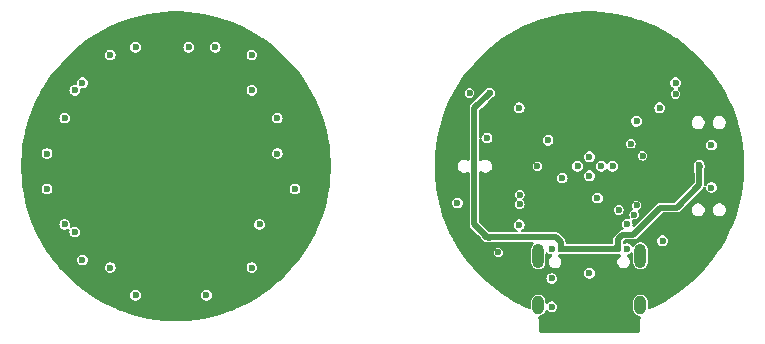
<source format=gbr>
%TF.GenerationSoftware,KiCad,Pcbnew,8.0.2-1*%
%TF.CreationDate,2025-05-16T10:32:14-07:00*%
%TF.ProjectId,Small_Pendant,536d616c-6c5f-4506-956e-64616e742e6b,rev?*%
%TF.SameCoordinates,Original*%
%TF.FileFunction,Copper,L3,Inr*%
%TF.FilePolarity,Positive*%
%FSLAX46Y46*%
G04 Gerber Fmt 4.6, Leading zero omitted, Abs format (unit mm)*
G04 Created by KiCad (PCBNEW 8.0.2-1) date 2025-05-16 10:32:14*
%MOMM*%
%LPD*%
G01*
G04 APERTURE LIST*
%TA.AperFunction,ComponentPad*%
%ADD10O,1.000000X2.100000*%
%TD*%
%TA.AperFunction,ComponentPad*%
%ADD11O,1.000000X1.600000*%
%TD*%
%TA.AperFunction,ViaPad*%
%ADD12C,0.600000*%
%TD*%
%TA.AperFunction,Conductor*%
%ADD13C,0.500000*%
%TD*%
G04 APERTURE END LIST*
D10*
%TO.N,unconnected-(J1-SHIELD-PadS1)*%
%TO.C,J1*%
X80680000Y-72590000D03*
%TO.N,unconnected-(J1-SHIELD-PadS2)*%
X89320000Y-72590000D03*
D11*
%TO.N,unconnected-(J1-SHIELD-PadS3)*%
X89320000Y-76770000D03*
%TO.N,unconnected-(J1-SHIELD-PadS4)*%
X80680000Y-76770000D03*
%TD*%
D12*
%TO.N,+5V*%
X76550000Y-58800000D03*
X82600000Y-71990000D03*
X76335000Y-71000000D03*
X94300000Y-64900000D03*
X87400000Y-71990000D03*
%TO.N,DATA_IN*%
X53325000Y-54925000D03*
%TO.N,Earth*%
X88200000Y-69900000D03*
X86975000Y-65000000D03*
X85000000Y-64200000D03*
X90950000Y-60050000D03*
X88200000Y-71990000D03*
X81820000Y-74500000D03*
X85000000Y-74062500D03*
X79050000Y-60050000D03*
X95335000Y-66800000D03*
X86000000Y-65000000D03*
X85000000Y-65800000D03*
X92300000Y-57920000D03*
X82700000Y-66000000D03*
X91200000Y-71300000D03*
X73820000Y-68100000D03*
X79050000Y-69950000D03*
X85680000Y-67700000D03*
X76335000Y-62600000D03*
X81800000Y-71990000D03*
X81820000Y-76900000D03*
X95335000Y-63200000D03*
X81500000Y-62800000D03*
X84000000Y-65000000D03*
X89000000Y-61200000D03*
%TO.N,/MCU/USB_D'-*%
X79100000Y-68200000D03*
%TO.N,/MCU/USB_D'+*%
X79100000Y-67400000D03*
%TO.N,+3V3*%
X79400000Y-74100000D03*
X92000000Y-67100000D03*
X76350000Y-60850000D03*
X89190000Y-62460000D03*
X88500000Y-64110000D03*
X81500000Y-63980000D03*
X94550000Y-69500000D03*
X84050000Y-76637500D03*
X90900000Y-62600000D03*
%TO.N,LED_DATA*%
X80600000Y-65000000D03*
%TO.N,USR_BTN*%
X89000000Y-68318199D03*
%TO.N,CHIP_EN*%
X92300000Y-58880000D03*
%TO.N,LED_DATA_5V*%
X74850000Y-58800000D03*
%TO.N,SDA*%
X88500000Y-63090000D03*
%TO.N,SCL*%
X89500000Y-64110000D03*
%TO.N,/MCU/LED_BUILTIN*%
X88800000Y-69100000D03*
%TO.N,IMU_INT*%
X87500000Y-68700000D03*
%TO.N,GPIO9{slash}BOOT*%
X77300000Y-72300000D03*
%TO.N,GND*%
X44425000Y-55575000D03*
X44425000Y-73575000D03*
X52575000Y-75925000D03*
X39075000Y-63925000D03*
X42075000Y-72925000D03*
X58575000Y-60925000D03*
X46575000Y-54925000D03*
X58575000Y-63925000D03*
X40575000Y-69925000D03*
X56425000Y-55575000D03*
X51075000Y-54925000D03*
X41425000Y-58575000D03*
X56425000Y-58575000D03*
X41425000Y-70575000D03*
X56425000Y-73575000D03*
X40575000Y-60925000D03*
X57075000Y-69925000D03*
X39075000Y-66925000D03*
X60075000Y-66925000D03*
X42075000Y-57925000D03*
X46575000Y-75925000D03*
%TO.N,+5VL*%
X53425000Y-75075000D03*
X42075000Y-65425000D03*
X40575000Y-59425000D03*
X43575000Y-74425000D03*
X47425000Y-54075000D03*
X58575000Y-65425000D03*
X58575000Y-71425000D03*
X47425000Y-75075000D03*
X43575000Y-56425000D03*
X51825000Y-54075000D03*
X58575000Y-59425000D03*
X55575000Y-56425000D03*
X40575000Y-68425000D03*
X40575000Y-62425000D03*
X40575000Y-71425000D03*
X42925000Y-72075000D03*
X58575000Y-68425000D03*
X57925000Y-57075000D03*
X55575000Y-74425000D03*
X57075000Y-62425000D03*
%TD*%
D13*
%TO.N,+5V*%
X76335000Y-71000000D02*
X82154999Y-71000000D01*
X75250000Y-69915000D02*
X75250000Y-60100000D01*
X87400000Y-71200000D02*
X87800000Y-70800000D01*
X92400000Y-68500000D02*
X94300000Y-66600000D01*
X94300000Y-66600000D02*
X94300000Y-64900000D01*
X76335000Y-71000000D02*
X75250000Y-69915000D01*
X75250000Y-60100000D02*
X76550000Y-58800000D01*
X87800000Y-70800000D02*
X88700000Y-70800000D01*
X87400000Y-71200000D02*
X87400000Y-71990000D01*
X82154999Y-71000000D02*
X82600000Y-71445001D01*
X91000000Y-68500000D02*
X92400000Y-68500000D01*
X82600000Y-71445001D02*
X82600000Y-71990000D01*
X87400000Y-71990000D02*
X82600000Y-71990000D01*
X88700000Y-70800000D02*
X91000000Y-68500000D01*
%TD*%
%TA.AperFunction,Conductor*%
%TO.N,+5V*%
G36*
X87395900Y-71693780D02*
G01*
X87400002Y-71701740D01*
X87400042Y-71702673D01*
X87401000Y-71990000D01*
X87401000Y-71990078D01*
X87400042Y-72277326D01*
X87396588Y-72285588D01*
X87388303Y-72288987D01*
X87387370Y-72288947D01*
X86810728Y-72240894D01*
X86802768Y-72236792D01*
X86800000Y-72229234D01*
X86800000Y-71750766D01*
X86803427Y-71742493D01*
X86810728Y-71739106D01*
X87387371Y-71691052D01*
X87395900Y-71693780D01*
G37*
%TD.AperFunction*%
%TD*%
%TA.AperFunction,Conductor*%
%TO.N,+5V*%
G36*
X76095729Y-70405912D02*
G01*
X76537457Y-70779681D01*
X76541559Y-70787641D01*
X76538831Y-70796171D01*
X76538200Y-70796859D01*
X76335762Y-71000652D01*
X76335707Y-71000707D01*
X76131859Y-71203200D01*
X76123574Y-71206599D01*
X76115312Y-71203145D01*
X76114681Y-71202457D01*
X75943970Y-71000707D01*
X75740912Y-70760729D01*
X75738185Y-70752201D01*
X75741571Y-70744901D01*
X76079901Y-70406571D01*
X76088173Y-70403145D01*
X76095729Y-70405912D01*
G37*
%TD.AperFunction*%
%TD*%
%TA.AperFunction,Conductor*%
%TO.N,+3V3*%
G36*
X85337893Y-51890930D02*
G01*
X85344265Y-51891097D01*
X86018414Y-51926183D01*
X86024804Y-51926682D01*
X86696195Y-51996740D01*
X86702575Y-51997574D01*
X87368604Y-52102287D01*
X87369412Y-52102414D01*
X87375749Y-52103580D01*
X88036212Y-52242914D01*
X88042480Y-52244407D01*
X88498440Y-52365647D01*
X88694846Y-52417871D01*
X88701008Y-52419682D01*
X89211423Y-52584230D01*
X89343481Y-52626803D01*
X89349560Y-52628939D01*
X89980396Y-52869152D01*
X89986346Y-52871596D01*
X90603863Y-53144260D01*
X90609663Y-53147003D01*
X91212179Y-53451378D01*
X91217853Y-53454432D01*
X91803731Y-53789689D01*
X91809239Y-53793034D01*
X92154466Y-54015153D01*
X92315183Y-54118559D01*
X92376898Y-54158266D01*
X92382220Y-54161888D01*
X92638987Y-54346632D01*
X92856694Y-54503272D01*
X92864767Y-54513643D01*
X92865574Y-54512713D01*
X92943076Y-54579881D01*
X93693234Y-55230018D01*
X93699689Y-55236029D01*
X93743438Y-55279778D01*
X93743440Y-55279779D01*
X93749892Y-55284730D01*
X93749744Y-55284922D01*
X93763289Y-55294960D01*
X94237427Y-55738509D01*
X94240396Y-55741382D01*
X94259424Y-55760410D01*
X94262120Y-55763191D01*
X94701830Y-56231269D01*
X94718838Y-56254165D01*
X94720222Y-56256562D01*
X94720224Y-56256564D01*
X94798930Y-56335270D01*
X94805242Y-56342073D01*
X95483035Y-57129779D01*
X95496686Y-57143224D01*
X95838484Y-57618325D01*
X95842110Y-57623651D01*
X96207328Y-58191352D01*
X96210672Y-58196861D01*
X96545894Y-58782751D01*
X96548948Y-58788425D01*
X96853281Y-59390937D01*
X96856036Y-59396762D01*
X97128669Y-60014292D01*
X97131117Y-60020253D01*
X97371285Y-60651073D01*
X97373421Y-60657152D01*
X97469082Y-60953937D01*
X97557265Y-61227525D01*
X97580507Y-61299631D01*
X97582324Y-61305814D01*
X97755750Y-61958174D01*
X97757243Y-61964442D01*
X97896549Y-62624938D01*
X97897714Y-62631276D01*
X98002514Y-63298090D01*
X98003349Y-63304479D01*
X98073370Y-63975855D01*
X98073872Y-63982280D01*
X98108920Y-64656397D01*
X98109087Y-64662838D01*
X98109071Y-65337858D01*
X98108903Y-65344300D01*
X98073819Y-66018397D01*
X98073317Y-66024821D01*
X98003261Y-66696190D01*
X98002426Y-66702580D01*
X97897587Y-67369413D01*
X97896421Y-67375750D01*
X97757087Y-68036212D01*
X97755594Y-68042480D01*
X97582131Y-68694841D01*
X97580314Y-68701024D01*
X97373198Y-69343482D01*
X97371062Y-69349561D01*
X97130849Y-69980397D01*
X97128400Y-69986358D01*
X96855746Y-70603851D01*
X96852991Y-70609676D01*
X96548622Y-71212180D01*
X96545568Y-71217854D01*
X96210311Y-71803733D01*
X96206966Y-71809241D01*
X95841735Y-72376900D01*
X95838109Y-72382227D01*
X95496730Y-72856692D01*
X95486359Y-72864765D01*
X95487289Y-72865571D01*
X94769993Y-73693219D01*
X94763971Y-73699687D01*
X94720222Y-73743437D01*
X94715275Y-73749885D01*
X94715084Y-73749738D01*
X94705043Y-73763284D01*
X94261489Y-74237427D01*
X94258616Y-74240396D01*
X94239588Y-74259424D01*
X94236807Y-74262120D01*
X93768728Y-74701831D01*
X93745837Y-74718836D01*
X93743437Y-74720221D01*
X93743436Y-74720222D01*
X93664720Y-74798937D01*
X93657918Y-74805248D01*
X92874054Y-75479736D01*
X92857229Y-75496892D01*
X92482562Y-75769113D01*
X92478225Y-75772125D01*
X92017255Y-76077936D01*
X92012793Y-76080761D01*
X91539232Y-76366660D01*
X91534654Y-76369293D01*
X91049326Y-76634784D01*
X91044640Y-76637219D01*
X90548459Y-76881799D01*
X90543674Y-76884032D01*
X90094539Y-77082120D01*
X90025257Y-77091163D01*
X89962084Y-77061313D01*
X89925078Y-77002048D01*
X89920500Y-76968665D01*
X89920500Y-76390945D01*
X89920500Y-76390943D01*
X89879577Y-76238216D01*
X89858849Y-76202314D01*
X89800524Y-76101290D01*
X89800518Y-76101282D01*
X89688717Y-75989481D01*
X89688709Y-75989475D01*
X89551790Y-75910426D01*
X89551786Y-75910424D01*
X89551784Y-75910423D01*
X89399057Y-75869500D01*
X89240943Y-75869500D01*
X89088216Y-75910423D01*
X89088209Y-75910426D01*
X88951290Y-75989475D01*
X88951282Y-75989481D01*
X88839481Y-76101282D01*
X88839475Y-76101290D01*
X88760426Y-76238209D01*
X88760423Y-76238216D01*
X88719500Y-76390943D01*
X88719500Y-77149057D01*
X88744931Y-77243965D01*
X88760423Y-77301783D01*
X88760426Y-77301790D01*
X88839475Y-77438709D01*
X88839479Y-77438714D01*
X88839480Y-77438716D01*
X88951284Y-77550520D01*
X88951286Y-77550521D01*
X88951290Y-77550524D01*
X89041852Y-77602809D01*
X89088216Y-77629577D01*
X89240943Y-77670500D01*
X89240945Y-77670500D01*
X89245543Y-77671732D01*
X89305203Y-77708097D01*
X89335732Y-77770944D01*
X89332726Y-77825406D01*
X89302435Y-77931988D01*
X89302428Y-77935569D01*
X89302328Y-77936588D01*
X89302328Y-77987768D01*
X89302323Y-78040617D01*
X89302328Y-78040664D01*
X89302328Y-78797044D01*
X89300801Y-78816442D01*
X89290741Y-78879957D01*
X89278753Y-78916853D01*
X89254040Y-78965356D01*
X89231239Y-78996741D01*
X89192753Y-79035229D01*
X89161370Y-79058032D01*
X89112871Y-79082747D01*
X89075975Y-79094737D01*
X89037104Y-79100895D01*
X89012637Y-79104772D01*
X88993234Y-79106300D01*
X81006944Y-79106300D01*
X80987540Y-79104772D01*
X80924033Y-79094710D01*
X80887139Y-79082720D01*
X80838689Y-79058032D01*
X80838648Y-79058011D01*
X80807264Y-79035208D01*
X80768780Y-78996722D01*
X80745978Y-78965335D01*
X80721277Y-78916853D01*
X80721270Y-78916840D01*
X80709286Y-78879957D01*
X80699197Y-78816255D01*
X80697672Y-78796865D01*
X80697672Y-78040664D01*
X80697676Y-78040618D01*
X80697676Y-78039156D01*
X80697803Y-78038722D01*
X80697672Y-77970032D01*
X80697672Y-77936260D01*
X80697605Y-77935602D01*
X80697599Y-77931983D01*
X80680445Y-77871625D01*
X80667307Y-77825397D01*
X80667914Y-77755530D01*
X80706198Y-77697083D01*
X80754490Y-77671723D01*
X80759054Y-77670500D01*
X80759057Y-77670500D01*
X80911784Y-77629577D01*
X81048716Y-77550520D01*
X81160520Y-77438716D01*
X81239577Y-77301784D01*
X81257630Y-77234407D01*
X81293994Y-77174750D01*
X81356840Y-77144220D01*
X81426216Y-77152514D01*
X81471118Y-77185302D01*
X81521948Y-77243965D01*
X81521950Y-77243966D01*
X81521951Y-77243967D01*
X81630931Y-77314004D01*
X81755225Y-77350499D01*
X81755227Y-77350500D01*
X81755228Y-77350500D01*
X81884773Y-77350500D01*
X81884773Y-77350499D01*
X82009069Y-77314004D01*
X82118049Y-77243967D01*
X82202882Y-77146063D01*
X82256697Y-77028226D01*
X82275133Y-76900000D01*
X82256697Y-76771774D01*
X82202882Y-76653937D01*
X82118049Y-76556033D01*
X82009069Y-76485996D01*
X82009065Y-76485994D01*
X82009064Y-76485994D01*
X81884774Y-76449500D01*
X81884772Y-76449500D01*
X81755228Y-76449500D01*
X81755226Y-76449500D01*
X81630935Y-76485994D01*
X81630932Y-76485995D01*
X81630931Y-76485996D01*
X81588517Y-76513254D01*
X81521948Y-76556035D01*
X81498213Y-76583427D01*
X81439435Y-76621202D01*
X81369566Y-76621202D01*
X81310787Y-76583428D01*
X81281762Y-76519872D01*
X81280500Y-76502225D01*
X81280500Y-76390945D01*
X81280500Y-76390943D01*
X81239577Y-76238216D01*
X81218849Y-76202314D01*
X81160524Y-76101290D01*
X81160518Y-76101282D01*
X81048717Y-75989481D01*
X81048709Y-75989475D01*
X80911790Y-75910426D01*
X80911786Y-75910424D01*
X80911784Y-75910423D01*
X80759057Y-75869500D01*
X80600943Y-75869500D01*
X80448216Y-75910423D01*
X80448209Y-75910426D01*
X80311290Y-75989475D01*
X80311282Y-75989481D01*
X80199481Y-76101282D01*
X80199475Y-76101290D01*
X80120426Y-76238209D01*
X80120423Y-76238216D01*
X80079500Y-76390943D01*
X80079500Y-76968665D01*
X80059815Y-77035704D01*
X80007011Y-77081459D01*
X79937853Y-77091403D01*
X79905461Y-77082120D01*
X79723909Y-77002048D01*
X79456315Y-76884027D01*
X79451550Y-76881803D01*
X79078034Y-76697688D01*
X78955359Y-76637218D01*
X78950673Y-76634783D01*
X78465344Y-76369293D01*
X78460766Y-76366660D01*
X78354474Y-76302489D01*
X77987179Y-76080745D01*
X77982769Y-76077952D01*
X77565411Y-75801074D01*
X77521784Y-75772132D01*
X77517447Y-75769120D01*
X77142865Y-75496962D01*
X77134949Y-75486696D01*
X77134433Y-75487293D01*
X76724433Y-75131960D01*
X76306764Y-74769980D01*
X76300309Y-74763969D01*
X76256564Y-74720223D01*
X76250114Y-74715274D01*
X76250260Y-74715082D01*
X76236713Y-74705042D01*
X76017531Y-74500000D01*
X81364867Y-74500000D01*
X81383302Y-74628225D01*
X81425317Y-74720223D01*
X81437118Y-74746063D01*
X81521951Y-74843967D01*
X81630931Y-74914004D01*
X81755225Y-74950499D01*
X81755227Y-74950500D01*
X81755228Y-74950500D01*
X81884773Y-74950500D01*
X81884773Y-74950499D01*
X82009069Y-74914004D01*
X82118049Y-74843967D01*
X82202882Y-74746063D01*
X82256697Y-74628226D01*
X82275133Y-74500000D01*
X82256697Y-74371774D01*
X82202882Y-74253937D01*
X82118049Y-74156033D01*
X82009069Y-74085996D01*
X82009065Y-74085994D01*
X82009064Y-74085994D01*
X81929049Y-74062500D01*
X84544867Y-74062500D01*
X84563302Y-74190725D01*
X84602986Y-74277619D01*
X84617118Y-74308563D01*
X84701951Y-74406467D01*
X84810931Y-74476504D01*
X84890953Y-74500000D01*
X84935225Y-74512999D01*
X84935227Y-74513000D01*
X84935228Y-74513000D01*
X85064773Y-74513000D01*
X85064773Y-74512999D01*
X85189069Y-74476504D01*
X85298049Y-74406467D01*
X85382882Y-74308563D01*
X85436697Y-74190726D01*
X85455133Y-74062500D01*
X85436697Y-73934274D01*
X85382882Y-73816437D01*
X85298049Y-73718533D01*
X85189069Y-73648496D01*
X85189065Y-73648494D01*
X85189064Y-73648494D01*
X85064774Y-73612000D01*
X85064772Y-73612000D01*
X84935228Y-73612000D01*
X84935226Y-73612000D01*
X84810935Y-73648494D01*
X84810932Y-73648495D01*
X84810931Y-73648496D01*
X84759677Y-73681434D01*
X84701950Y-73718533D01*
X84617118Y-73816437D01*
X84617117Y-73816438D01*
X84563302Y-73934274D01*
X84544867Y-74062500D01*
X81929049Y-74062500D01*
X81884774Y-74049500D01*
X81884772Y-74049500D01*
X81755228Y-74049500D01*
X81755226Y-74049500D01*
X81630935Y-74085994D01*
X81630932Y-74085995D01*
X81630931Y-74085996D01*
X81579677Y-74118934D01*
X81521950Y-74156033D01*
X81437118Y-74253937D01*
X81437117Y-74253938D01*
X81383302Y-74371774D01*
X81364867Y-74500000D01*
X76017531Y-74500000D01*
X75762571Y-74261489D01*
X75759602Y-74258616D01*
X75740574Y-74239588D01*
X75737878Y-74236807D01*
X75298168Y-73768729D01*
X75281157Y-73745827D01*
X75279777Y-73743437D01*
X75254873Y-73718533D01*
X75201054Y-73664714D01*
X75194755Y-73657924D01*
X75162568Y-73620518D01*
X74548058Y-72906357D01*
X74516904Y-72870151D01*
X74503343Y-72856792D01*
X74161888Y-72382220D01*
X74158270Y-72376904D01*
X74108787Y-72299996D01*
X76894508Y-72299996D01*
X76894508Y-72300003D01*
X76914352Y-72425300D01*
X76914352Y-72425301D01*
X76924035Y-72444304D01*
X76971950Y-72538342D01*
X76971952Y-72538344D01*
X76971954Y-72538347D01*
X77061652Y-72628045D01*
X77061654Y-72628046D01*
X77061658Y-72628050D01*
X77174696Y-72685646D01*
X77174697Y-72685646D01*
X77174699Y-72685647D01*
X77299997Y-72705492D01*
X77300000Y-72705492D01*
X77300003Y-72705492D01*
X77425300Y-72685647D01*
X77425301Y-72685647D01*
X77425302Y-72685646D01*
X77425304Y-72685646D01*
X77538342Y-72628050D01*
X77628050Y-72538342D01*
X77685646Y-72425304D01*
X77685646Y-72425302D01*
X77685647Y-72425301D01*
X77685647Y-72425300D01*
X77705492Y-72300003D01*
X77705492Y-72299996D01*
X77685647Y-72174699D01*
X77685647Y-72174698D01*
X77685646Y-72174696D01*
X77628050Y-72061658D01*
X77628046Y-72061654D01*
X77628045Y-72061652D01*
X77538347Y-71971954D01*
X77538344Y-71971952D01*
X77538342Y-71971950D01*
X77425304Y-71914354D01*
X77425303Y-71914353D01*
X77425300Y-71914352D01*
X77300003Y-71894508D01*
X77299997Y-71894508D01*
X77174699Y-71914352D01*
X77174698Y-71914352D01*
X77099337Y-71952751D01*
X77061658Y-71971950D01*
X77061657Y-71971951D01*
X77061652Y-71971954D01*
X76971954Y-72061652D01*
X76971951Y-72061657D01*
X76914352Y-72174698D01*
X76914352Y-72174699D01*
X76894508Y-72299996D01*
X74108787Y-72299996D01*
X73955440Y-72061657D01*
X73793034Y-71809239D01*
X73789689Y-71803731D01*
X73514009Y-71321967D01*
X73454430Y-71217850D01*
X73451378Y-71212179D01*
X73444764Y-71199086D01*
X73147003Y-70609663D01*
X73144260Y-70603863D01*
X72871587Y-69986328D01*
X72869151Y-69980397D01*
X72676884Y-69475474D01*
X72628941Y-69349566D01*
X72626805Y-69343487D01*
X72550080Y-69105492D01*
X72419682Y-68701008D01*
X72417870Y-68694840D01*
X72399971Y-68627527D01*
X72351163Y-68443967D01*
X72259702Y-68100000D01*
X73364867Y-68100000D01*
X73383302Y-68228225D01*
X73437117Y-68346061D01*
X73437118Y-68346063D01*
X73521951Y-68443967D01*
X73630931Y-68514004D01*
X73755225Y-68550499D01*
X73755227Y-68550500D01*
X73755228Y-68550500D01*
X73884773Y-68550500D01*
X73884773Y-68550499D01*
X74009069Y-68514004D01*
X74118049Y-68443967D01*
X74202882Y-68346063D01*
X74256697Y-68228226D01*
X74275133Y-68100000D01*
X74256697Y-67971774D01*
X74202882Y-67853937D01*
X74118049Y-67756033D01*
X74009069Y-67685996D01*
X74009065Y-67685994D01*
X74009064Y-67685994D01*
X73884774Y-67649500D01*
X73884772Y-67649500D01*
X73755228Y-67649500D01*
X73755226Y-67649500D01*
X73630935Y-67685994D01*
X73630932Y-67685995D01*
X73630931Y-67685996D01*
X73579677Y-67718934D01*
X73521950Y-67756033D01*
X73437118Y-67853937D01*
X73437117Y-67853938D01*
X73383302Y-67971774D01*
X73364867Y-68100000D01*
X72259702Y-68100000D01*
X72244407Y-68042479D01*
X72242914Y-68036211D01*
X72103580Y-67375749D01*
X72102414Y-67369412D01*
X72012892Y-66800001D01*
X71997574Y-66702574D01*
X71996740Y-66696189D01*
X71926682Y-66024803D01*
X71926183Y-66018413D01*
X71891097Y-65344264D01*
X71890930Y-65337892D01*
X71890920Y-64927525D01*
X73849500Y-64927525D01*
X73849500Y-65072475D01*
X73887016Y-65212485D01*
X73887017Y-65212488D01*
X73959488Y-65338011D01*
X73959490Y-65338013D01*
X73959491Y-65338015D01*
X74061985Y-65440509D01*
X74061986Y-65440510D01*
X74061988Y-65440511D01*
X74187511Y-65512982D01*
X74187512Y-65512982D01*
X74187515Y-65512984D01*
X74327525Y-65550500D01*
X74327528Y-65550500D01*
X74472472Y-65550500D01*
X74472475Y-65550500D01*
X74612485Y-65512984D01*
X74663499Y-65483530D01*
X74731398Y-65467057D01*
X74797426Y-65489909D01*
X74840617Y-65544829D01*
X74849500Y-65590917D01*
X74849500Y-69862273D01*
X74849500Y-69967727D01*
X74852893Y-69980390D01*
X74876793Y-70069589D01*
X74881780Y-70078226D01*
X74929520Y-70160913D01*
X74929522Y-70160915D01*
X75600462Y-70831855D01*
X75621248Y-70859446D01*
X75622205Y-70861173D01*
X75825263Y-71101151D01*
X75995974Y-71302901D01*
X76000081Y-71307562D01*
X76000712Y-71308250D01*
X76000715Y-71308252D01*
X76001760Y-71308986D01*
X76024202Y-71329254D01*
X76036951Y-71343967D01*
X76145931Y-71414004D01*
X76194368Y-71428226D01*
X76270225Y-71450499D01*
X76270227Y-71450500D01*
X76270228Y-71450500D01*
X76323524Y-71450500D01*
X76337530Y-71451294D01*
X76340916Y-71451678D01*
X76360542Y-71453910D01*
X76937185Y-71405857D01*
X76940994Y-71404848D01*
X76941829Y-71404628D01*
X76973557Y-71400500D01*
X80170902Y-71400500D01*
X80237941Y-71420185D01*
X80283696Y-71472989D01*
X80293640Y-71542147D01*
X80264615Y-71605703D01*
X80258583Y-71612181D01*
X80199481Y-71671282D01*
X80199475Y-71671290D01*
X80120426Y-71808209D01*
X80120423Y-71808216D01*
X80079500Y-71960943D01*
X80079500Y-73219056D01*
X80120423Y-73371783D01*
X80120426Y-73371790D01*
X80199475Y-73508709D01*
X80199479Y-73508714D01*
X80199480Y-73508716D01*
X80311284Y-73620520D01*
X80311286Y-73620521D01*
X80311290Y-73620524D01*
X80442997Y-73696564D01*
X80448216Y-73699577D01*
X80600943Y-73740500D01*
X80600945Y-73740500D01*
X80759055Y-73740500D01*
X80759057Y-73740500D01*
X80911784Y-73699577D01*
X81048716Y-73620520D01*
X81160520Y-73508716D01*
X81239577Y-73371784D01*
X81280500Y-73219057D01*
X81280500Y-72410856D01*
X81300185Y-72343817D01*
X81352989Y-72298062D01*
X81422147Y-72288118D01*
X81485703Y-72317143D01*
X81498211Y-72329651D01*
X81501951Y-72333967D01*
X81610931Y-72404004D01*
X81735228Y-72440500D01*
X81735232Y-72440500D01*
X81739866Y-72441167D01*
X81803422Y-72470191D01*
X81841198Y-72528968D01*
X81841199Y-72598838D01*
X81803425Y-72657617D01*
X81793754Y-72664503D01*
X81793786Y-72664545D01*
X81787333Y-72669496D01*
X81689496Y-72767333D01*
X81689492Y-72767338D01*
X81620313Y-72887161D01*
X81620312Y-72887164D01*
X81584500Y-73020817D01*
X81584500Y-73159183D01*
X81596295Y-73203200D01*
X81620312Y-73292835D01*
X81620313Y-73292838D01*
X81689492Y-73412661D01*
X81689494Y-73412664D01*
X81689495Y-73412665D01*
X81787335Y-73510505D01*
X81907164Y-73579688D01*
X82040817Y-73615500D01*
X82040819Y-73615500D01*
X82179181Y-73615500D01*
X82179183Y-73615500D01*
X82312836Y-73579688D01*
X82432665Y-73510505D01*
X82530505Y-73412665D01*
X82599688Y-73292836D01*
X82635500Y-73159183D01*
X82635500Y-73020817D01*
X82599688Y-72887164D01*
X82530505Y-72767335D01*
X82432665Y-72669495D01*
X82432664Y-72669494D01*
X82432661Y-72669492D01*
X82417568Y-72660778D01*
X82369353Y-72610210D01*
X82356132Y-72541603D01*
X82382101Y-72476739D01*
X82439016Y-72436211D01*
X82508806Y-72432888D01*
X82514481Y-72434408D01*
X82535228Y-72440500D01*
X82588524Y-72440500D01*
X82602530Y-72441294D01*
X82605916Y-72441678D01*
X82625542Y-72443910D01*
X83202185Y-72395857D01*
X83205994Y-72394848D01*
X83206829Y-72394628D01*
X83238557Y-72390500D01*
X86761707Y-72390500D01*
X86795910Y-72395311D01*
X86797808Y-72395855D01*
X86797815Y-72395857D01*
X87374457Y-72443910D01*
X87380709Y-72444304D01*
X87381642Y-72444344D01*
X87393004Y-72442355D01*
X87414377Y-72440500D01*
X87464773Y-72440500D01*
X87464773Y-72440499D01*
X87485492Y-72434415D01*
X87555361Y-72434414D01*
X87614140Y-72472187D01*
X87643166Y-72535742D01*
X87633225Y-72604901D01*
X87587471Y-72657706D01*
X87582433Y-72660777D01*
X87567338Y-72669492D01*
X87567333Y-72669496D01*
X87469496Y-72767333D01*
X87469492Y-72767338D01*
X87400313Y-72887161D01*
X87400312Y-72887164D01*
X87364500Y-73020817D01*
X87364500Y-73159183D01*
X87376295Y-73203200D01*
X87400312Y-73292835D01*
X87400313Y-73292838D01*
X87469492Y-73412661D01*
X87469494Y-73412664D01*
X87469495Y-73412665D01*
X87567335Y-73510505D01*
X87687164Y-73579688D01*
X87820817Y-73615500D01*
X87820819Y-73615500D01*
X87959181Y-73615500D01*
X87959183Y-73615500D01*
X88092836Y-73579688D01*
X88212665Y-73510505D01*
X88310505Y-73412665D01*
X88379688Y-73292836D01*
X88415500Y-73159183D01*
X88415500Y-73020817D01*
X88379688Y-72887164D01*
X88310505Y-72767335D01*
X88212665Y-72669495D01*
X88212663Y-72669494D01*
X88206214Y-72664545D01*
X88207610Y-72662725D01*
X88167563Y-72620727D01*
X88154339Y-72552120D01*
X88180306Y-72487255D01*
X88237219Y-72446726D01*
X88260134Y-72441167D01*
X88264767Y-72440500D01*
X88264772Y-72440500D01*
X88389069Y-72404004D01*
X88498049Y-72333967D01*
X88501785Y-72329654D01*
X88560563Y-72291880D01*
X88630432Y-72291878D01*
X88689211Y-72329651D01*
X88718237Y-72393206D01*
X88719500Y-72410856D01*
X88719500Y-73219056D01*
X88760423Y-73371783D01*
X88760426Y-73371790D01*
X88839475Y-73508709D01*
X88839479Y-73508714D01*
X88839480Y-73508716D01*
X88951284Y-73620520D01*
X88951286Y-73620521D01*
X88951290Y-73620524D01*
X89082997Y-73696564D01*
X89088216Y-73699577D01*
X89240943Y-73740500D01*
X89240945Y-73740500D01*
X89399055Y-73740500D01*
X89399057Y-73740500D01*
X89551784Y-73699577D01*
X89688716Y-73620520D01*
X89800520Y-73508716D01*
X89879577Y-73371784D01*
X89920500Y-73219057D01*
X89920500Y-71960943D01*
X89879577Y-71808216D01*
X89846255Y-71750500D01*
X89800524Y-71671290D01*
X89800518Y-71671282D01*
X89688717Y-71559481D01*
X89688709Y-71559475D01*
X89551790Y-71480426D01*
X89551786Y-71480424D01*
X89551784Y-71480423D01*
X89399057Y-71439500D01*
X89240943Y-71439500D01*
X89088216Y-71480423D01*
X89088209Y-71480426D01*
X88951290Y-71559475D01*
X88951282Y-71559481D01*
X88839479Y-71671284D01*
X88797670Y-71743700D01*
X88747102Y-71791915D01*
X88678495Y-71805137D01*
X88613631Y-71779169D01*
X88585966Y-71748737D01*
X88582882Y-71743938D01*
X88582882Y-71743937D01*
X88498049Y-71646033D01*
X88389069Y-71575996D01*
X88389065Y-71575994D01*
X88389064Y-71575994D01*
X88264774Y-71539500D01*
X88264772Y-71539500D01*
X88135228Y-71539500D01*
X88135226Y-71539500D01*
X88010934Y-71575994D01*
X88010931Y-71575996D01*
X88004653Y-71580031D01*
X88004648Y-71580034D01*
X87937608Y-71599717D01*
X87870569Y-71580031D01*
X87824815Y-71527226D01*
X87814040Y-71486020D01*
X87808534Y-71419941D01*
X87822582Y-71351505D01*
X87844418Y-71321974D01*
X87866392Y-71300000D01*
X90744867Y-71300000D01*
X90763302Y-71428225D01*
X90817117Y-71546061D01*
X90817118Y-71546063D01*
X90901951Y-71643967D01*
X91010931Y-71714004D01*
X91129224Y-71748737D01*
X91135225Y-71750499D01*
X91135227Y-71750500D01*
X91135228Y-71750500D01*
X91264773Y-71750500D01*
X91264773Y-71750499D01*
X91389069Y-71714004D01*
X91498049Y-71643967D01*
X91582882Y-71546063D01*
X91636697Y-71428226D01*
X91655133Y-71300000D01*
X91636697Y-71171774D01*
X91582882Y-71053937D01*
X91498049Y-70956033D01*
X91389069Y-70885996D01*
X91389065Y-70885994D01*
X91389064Y-70885994D01*
X91264774Y-70849500D01*
X91264772Y-70849500D01*
X91135228Y-70849500D01*
X91135226Y-70849500D01*
X91010935Y-70885994D01*
X91010932Y-70885995D01*
X91010931Y-70885996D01*
X90959677Y-70918934D01*
X90901950Y-70956033D01*
X90817118Y-71053937D01*
X90817117Y-71053938D01*
X90763302Y-71171774D01*
X90744867Y-71300000D01*
X87866392Y-71300000D01*
X87929576Y-71236816D01*
X87990898Y-71203334D01*
X88017255Y-71200500D01*
X88752725Y-71200500D01*
X88752727Y-71200500D01*
X88854588Y-71173207D01*
X88945913Y-71120480D01*
X91129574Y-68936819D01*
X91190897Y-68903334D01*
X91217255Y-68900500D01*
X92452725Y-68900500D01*
X92452727Y-68900500D01*
X92554588Y-68873207D01*
X92645913Y-68820480D01*
X92838868Y-68627525D01*
X93649500Y-68627525D01*
X93649500Y-68772475D01*
X93683805Y-68900500D01*
X93687017Y-68912488D01*
X93759488Y-69038011D01*
X93759490Y-69038013D01*
X93759491Y-69038015D01*
X93861985Y-69140509D01*
X93861986Y-69140510D01*
X93861988Y-69140511D01*
X93987511Y-69212982D01*
X93987512Y-69212982D01*
X93987515Y-69212984D01*
X94127525Y-69250500D01*
X94127528Y-69250500D01*
X94272472Y-69250500D01*
X94272475Y-69250500D01*
X94412485Y-69212984D01*
X94538015Y-69140509D01*
X94640509Y-69038015D01*
X94712984Y-68912485D01*
X94750500Y-68772475D01*
X94750500Y-68627525D01*
X95449500Y-68627525D01*
X95449500Y-68772475D01*
X95483805Y-68900500D01*
X95487017Y-68912488D01*
X95559488Y-69038011D01*
X95559490Y-69038013D01*
X95559491Y-69038015D01*
X95661985Y-69140509D01*
X95661986Y-69140510D01*
X95661988Y-69140511D01*
X95787511Y-69212982D01*
X95787512Y-69212982D01*
X95787515Y-69212984D01*
X95927525Y-69250500D01*
X95927528Y-69250500D01*
X96072472Y-69250500D01*
X96072475Y-69250500D01*
X96212485Y-69212984D01*
X96338015Y-69140509D01*
X96440509Y-69038015D01*
X96512984Y-68912485D01*
X96550500Y-68772475D01*
X96550500Y-68627525D01*
X96512984Y-68487515D01*
X96505194Y-68474023D01*
X96440511Y-68361988D01*
X96440506Y-68361982D01*
X96338017Y-68259493D01*
X96338011Y-68259488D01*
X96212488Y-68187017D01*
X96212489Y-68187017D01*
X96184517Y-68179522D01*
X96072475Y-68149500D01*
X95927525Y-68149500D01*
X95815483Y-68179522D01*
X95787511Y-68187017D01*
X95661988Y-68259488D01*
X95661982Y-68259493D01*
X95559493Y-68361982D01*
X95559488Y-68361988D01*
X95487017Y-68487511D01*
X95487016Y-68487515D01*
X95449500Y-68627525D01*
X94750500Y-68627525D01*
X94712984Y-68487515D01*
X94705194Y-68474023D01*
X94640511Y-68361988D01*
X94640506Y-68361982D01*
X94538017Y-68259493D01*
X94538011Y-68259488D01*
X94412488Y-68187017D01*
X94412489Y-68187017D01*
X94384517Y-68179522D01*
X94272475Y-68149500D01*
X94127525Y-68149500D01*
X94015483Y-68179522D01*
X93987511Y-68187017D01*
X93861988Y-68259488D01*
X93861982Y-68259493D01*
X93759493Y-68361982D01*
X93759488Y-68361988D01*
X93687017Y-68487511D01*
X93687016Y-68487515D01*
X93649500Y-68627525D01*
X92838868Y-68627525D01*
X94535703Y-66930687D01*
X94535708Y-66930684D01*
X94545911Y-66920480D01*
X94545913Y-66920480D01*
X94620480Y-66845913D01*
X94646988Y-66800000D01*
X94654296Y-66787341D01*
X94704858Y-66739126D01*
X94773465Y-66725899D01*
X94838331Y-66751863D01*
X94878863Y-66808775D01*
X94884423Y-66831691D01*
X94898302Y-66928225D01*
X94899429Y-66930692D01*
X94952118Y-67046063D01*
X95036951Y-67143967D01*
X95145931Y-67214004D01*
X95270225Y-67250499D01*
X95270227Y-67250500D01*
X95270228Y-67250500D01*
X95399773Y-67250500D01*
X95399773Y-67250499D01*
X95524069Y-67214004D01*
X95633049Y-67143967D01*
X95717882Y-67046063D01*
X95771697Y-66928226D01*
X95790133Y-66800000D01*
X95771697Y-66671774D01*
X95717882Y-66553937D01*
X95633049Y-66456033D01*
X95524069Y-66385996D01*
X95524065Y-66385994D01*
X95524064Y-66385994D01*
X95399774Y-66349500D01*
X95399772Y-66349500D01*
X95270228Y-66349500D01*
X95270226Y-66349500D01*
X95145935Y-66385994D01*
X95145932Y-66385995D01*
X95145931Y-66385996D01*
X95102350Y-66414004D01*
X95036950Y-66456033D01*
X94952118Y-66553937D01*
X94952117Y-66553938D01*
X94937294Y-66586396D01*
X94891539Y-66639200D01*
X94824499Y-66658884D01*
X94757460Y-66639199D01*
X94711705Y-66586395D01*
X94700500Y-66534884D01*
X94700500Y-65538292D01*
X94705313Y-65504080D01*
X94705857Y-65502185D01*
X94753910Y-64925542D01*
X94754304Y-64919290D01*
X94754344Y-64918357D01*
X94754343Y-64918353D01*
X94754630Y-64911665D01*
X94755028Y-64911682D01*
X94755138Y-64908871D01*
X94755133Y-64908871D01*
X94755133Y-64900001D01*
X94736697Y-64771774D01*
X94691110Y-64671954D01*
X94682882Y-64653937D01*
X94598049Y-64556033D01*
X94489069Y-64485996D01*
X94489065Y-64485994D01*
X94489064Y-64485994D01*
X94364774Y-64449500D01*
X94364772Y-64449500D01*
X94235228Y-64449500D01*
X94235226Y-64449500D01*
X94110935Y-64485994D01*
X94110932Y-64485995D01*
X94110931Y-64485996D01*
X94095914Y-64495647D01*
X94001950Y-64556033D01*
X93917118Y-64653937D01*
X93917117Y-64653938D01*
X93863302Y-64771774D01*
X93844867Y-64900000D01*
X93844867Y-64900005D01*
X93844927Y-64900423D01*
X93846173Y-64919919D01*
X93846088Y-64925538D01*
X93894143Y-65502190D01*
X93894145Y-65502196D01*
X93895371Y-65506828D01*
X93899500Y-65538559D01*
X93899500Y-66382745D01*
X93879815Y-66449784D01*
X93863181Y-66470426D01*
X92270426Y-68063181D01*
X92209103Y-68096666D01*
X92182745Y-68099500D01*
X90947273Y-68099500D01*
X90845410Y-68126793D01*
X90754087Y-68179520D01*
X90754084Y-68179522D01*
X88855018Y-70078588D01*
X88793695Y-70112073D01*
X88724003Y-70107089D01*
X88668070Y-70065217D01*
X88643653Y-69999753D01*
X88644598Y-69973268D01*
X88655133Y-69900000D01*
X88636697Y-69771774D01*
X88588832Y-69666967D01*
X88578889Y-69597811D01*
X88607913Y-69534255D01*
X88666691Y-69496480D01*
X88721025Y-69492984D01*
X88799998Y-69505492D01*
X88800000Y-69505492D01*
X88800003Y-69505492D01*
X88925300Y-69485647D01*
X88925301Y-69485647D01*
X88925302Y-69485646D01*
X88925304Y-69485646D01*
X89038342Y-69428050D01*
X89128050Y-69338342D01*
X89185646Y-69225304D01*
X89185646Y-69225302D01*
X89185647Y-69225301D01*
X89185647Y-69225300D01*
X89205492Y-69100003D01*
X89205492Y-69099996D01*
X89185647Y-68974699D01*
X89185647Y-68974698D01*
X89167125Y-68938347D01*
X89128050Y-68861658D01*
X89128048Y-68861656D01*
X89123619Y-68852963D01*
X89125136Y-68852189D01*
X89105485Y-68797107D01*
X89121313Y-68729054D01*
X89171420Y-68680360D01*
X89172853Y-68679617D01*
X89238342Y-68646249D01*
X89328050Y-68556541D01*
X89385646Y-68443503D01*
X89385646Y-68443501D01*
X89385647Y-68443500D01*
X89385647Y-68443499D01*
X89405492Y-68318202D01*
X89405492Y-68318195D01*
X89385647Y-68192898D01*
X89385647Y-68192897D01*
X89378831Y-68179520D01*
X89328050Y-68079857D01*
X89328046Y-68079853D01*
X89328045Y-68079851D01*
X89238347Y-67990153D01*
X89238344Y-67990151D01*
X89238342Y-67990149D01*
X89125304Y-67932553D01*
X89125303Y-67932552D01*
X89125300Y-67932551D01*
X89000003Y-67912707D01*
X88999997Y-67912707D01*
X88874699Y-67932551D01*
X88874698Y-67932551D01*
X88817586Y-67961652D01*
X88761658Y-67990149D01*
X88761657Y-67990150D01*
X88761652Y-67990153D01*
X88671954Y-68079851D01*
X88671951Y-68079856D01*
X88671950Y-68079857D01*
X88661687Y-68100000D01*
X88614352Y-68192897D01*
X88614352Y-68192898D01*
X88594508Y-68318195D01*
X88594508Y-68318202D01*
X88614352Y-68443499D01*
X88614352Y-68443500D01*
X88614590Y-68443967D01*
X88671950Y-68556541D01*
X88671951Y-68556542D01*
X88676381Y-68565236D01*
X88674863Y-68566009D01*
X88694514Y-68621094D01*
X88678685Y-68689147D01*
X88628576Y-68737839D01*
X88627012Y-68738650D01*
X88561659Y-68771949D01*
X88561652Y-68771954D01*
X88471954Y-68861652D01*
X88471951Y-68861657D01*
X88471950Y-68861658D01*
X88452751Y-68899337D01*
X88414352Y-68974698D01*
X88414352Y-68974699D01*
X88394508Y-69099996D01*
X88394508Y-69100003D01*
X88414352Y-69225300D01*
X88414354Y-69225306D01*
X88444399Y-69284271D01*
X88457296Y-69352940D01*
X88431020Y-69417680D01*
X88373914Y-69457938D01*
X88304108Y-69460930D01*
X88298983Y-69459544D01*
X88264773Y-69449500D01*
X88264772Y-69449500D01*
X88135228Y-69449500D01*
X88135226Y-69449500D01*
X88010935Y-69485994D01*
X88010932Y-69485995D01*
X88010931Y-69485996D01*
X87980595Y-69505492D01*
X87901950Y-69556033D01*
X87817118Y-69653937D01*
X87817117Y-69653938D01*
X87763302Y-69771774D01*
X87744867Y-69900000D01*
X87763302Y-70028225D01*
X87817117Y-70146061D01*
X87817118Y-70146063D01*
X87858913Y-70194298D01*
X87887937Y-70257854D01*
X87877993Y-70327013D01*
X87832237Y-70379816D01*
X87765199Y-70399500D01*
X87747273Y-70399500D01*
X87645413Y-70426793D01*
X87645410Y-70426794D01*
X87586677Y-70460704D01*
X87586674Y-70460706D01*
X87576992Y-70466295D01*
X87554087Y-70479519D01*
X87079522Y-70954084D01*
X87079520Y-70954087D01*
X87026791Y-71045414D01*
X87009310Y-71110660D01*
X86999500Y-71147271D01*
X86999500Y-71351706D01*
X86994689Y-71385909D01*
X86994144Y-71387807D01*
X86994143Y-71387811D01*
X86987753Y-71464482D01*
X86962568Y-71529654D01*
X86906146Y-71570865D01*
X86874481Y-71577753D01*
X86797814Y-71584143D01*
X86797811Y-71584143D01*
X86797808Y-71584144D01*
X86793169Y-71585372D01*
X86761441Y-71589500D01*
X83238294Y-71589500D01*
X83204082Y-71584687D01*
X83202187Y-71584143D01*
X83114201Y-71576810D01*
X83049028Y-71551625D01*
X83007817Y-71495203D01*
X83000500Y-71453238D01*
X83000500Y-71392276D01*
X83000500Y-71392274D01*
X82973207Y-71290414D01*
X82920480Y-71199088D01*
X82845913Y-71124521D01*
X82400912Y-70679520D01*
X82355249Y-70653156D01*
X82309588Y-70626793D01*
X82234974Y-70606801D01*
X82207726Y-70599500D01*
X82207725Y-70599500D01*
X79293423Y-70599500D01*
X79226384Y-70579815D01*
X79180629Y-70527011D01*
X79170685Y-70457853D01*
X79199710Y-70394297D01*
X79232310Y-70369891D01*
X79231608Y-70368798D01*
X79239066Y-70364004D01*
X79239069Y-70364004D01*
X79348049Y-70293967D01*
X79432882Y-70196063D01*
X79486697Y-70078226D01*
X79505133Y-69950000D01*
X79486697Y-69821774D01*
X79432882Y-69703937D01*
X79348049Y-69606033D01*
X79239069Y-69535996D01*
X79239065Y-69535994D01*
X79239064Y-69535994D01*
X79114774Y-69499500D01*
X79114772Y-69499500D01*
X78985228Y-69499500D01*
X78985226Y-69499500D01*
X78860935Y-69535994D01*
X78860932Y-69535995D01*
X78860931Y-69535996D01*
X78829753Y-69556033D01*
X78751950Y-69606033D01*
X78667118Y-69703937D01*
X78667117Y-69703938D01*
X78613302Y-69821774D01*
X78594867Y-69950000D01*
X78613302Y-70078225D01*
X78644283Y-70146063D01*
X78667118Y-70196063D01*
X78751951Y-70293967D01*
X78860931Y-70364004D01*
X78860933Y-70364004D01*
X78868392Y-70368798D01*
X78867221Y-70370618D01*
X78910895Y-70408465D01*
X78930577Y-70475505D01*
X78910889Y-70542544D01*
X78858083Y-70588297D01*
X78806577Y-70599500D01*
X76973294Y-70599500D01*
X76939082Y-70594687D01*
X76937187Y-70594143D01*
X76557116Y-70562469D01*
X76491943Y-70537284D01*
X76487317Y-70533557D01*
X76328886Y-70399500D01*
X76196173Y-70287205D01*
X76196172Y-70287204D01*
X76192019Y-70284790D01*
X76166665Y-70265273D01*
X75686819Y-69785426D01*
X75653334Y-69724103D01*
X75650500Y-69697745D01*
X75650500Y-68699996D01*
X87094508Y-68699996D01*
X87094508Y-68700003D01*
X87114352Y-68825300D01*
X87114352Y-68825301D01*
X87114354Y-68825304D01*
X87171950Y-68938342D01*
X87171952Y-68938344D01*
X87171954Y-68938347D01*
X87261652Y-69028045D01*
X87261654Y-69028046D01*
X87261658Y-69028050D01*
X87374696Y-69085646D01*
X87374697Y-69085646D01*
X87374699Y-69085647D01*
X87499997Y-69105492D01*
X87500000Y-69105492D01*
X87500003Y-69105492D01*
X87625300Y-69085647D01*
X87625301Y-69085647D01*
X87625302Y-69085646D01*
X87625304Y-69085646D01*
X87738342Y-69028050D01*
X87828050Y-68938342D01*
X87885646Y-68825304D01*
X87885646Y-68825302D01*
X87885647Y-68825301D01*
X87885647Y-68825300D01*
X87905492Y-68700003D01*
X87905492Y-68699996D01*
X87885647Y-68574699D01*
X87885647Y-68574698D01*
X87876398Y-68556546D01*
X87828050Y-68461658D01*
X87828046Y-68461654D01*
X87828045Y-68461652D01*
X87738347Y-68371954D01*
X87738344Y-68371952D01*
X87738342Y-68371950D01*
X87625304Y-68314354D01*
X87625303Y-68314353D01*
X87625300Y-68314352D01*
X87500003Y-68294508D01*
X87499997Y-68294508D01*
X87374699Y-68314352D01*
X87374698Y-68314352D01*
X87312464Y-68346063D01*
X87261658Y-68371950D01*
X87261657Y-68371951D01*
X87261652Y-68371954D01*
X87171954Y-68461652D01*
X87171951Y-68461657D01*
X87171950Y-68461658D01*
X87165650Y-68474023D01*
X87114352Y-68574698D01*
X87114352Y-68574699D01*
X87094508Y-68699996D01*
X75650500Y-68699996D01*
X75650500Y-67399996D01*
X78694508Y-67399996D01*
X78694508Y-67400003D01*
X78714352Y-67525300D01*
X78714352Y-67525301D01*
X78714354Y-67525304D01*
X78771950Y-67638342D01*
X78771952Y-67638344D01*
X78771954Y-67638347D01*
X78845926Y-67712319D01*
X78879411Y-67773642D01*
X78874427Y-67843334D01*
X78845926Y-67887681D01*
X78771954Y-67961652D01*
X78771951Y-67961657D01*
X78714352Y-68074698D01*
X78714352Y-68074699D01*
X78694508Y-68199996D01*
X78694508Y-68200003D01*
X78714352Y-68325300D01*
X78714352Y-68325301D01*
X78714354Y-68325304D01*
X78771950Y-68438342D01*
X78771952Y-68438344D01*
X78771954Y-68438347D01*
X78861652Y-68528045D01*
X78861654Y-68528046D01*
X78861658Y-68528050D01*
X78974696Y-68585646D01*
X78974697Y-68585646D01*
X78974699Y-68585647D01*
X79099997Y-68605492D01*
X79100000Y-68605492D01*
X79100003Y-68605492D01*
X79225300Y-68585647D01*
X79225301Y-68585647D01*
X79225302Y-68585646D01*
X79225304Y-68585646D01*
X79338342Y-68528050D01*
X79428050Y-68438342D01*
X79485646Y-68325304D01*
X79485646Y-68325302D01*
X79485647Y-68325301D01*
X79485647Y-68325300D01*
X79505492Y-68200003D01*
X79505492Y-68199996D01*
X79485647Y-68074699D01*
X79485647Y-68074698D01*
X79479779Y-68063181D01*
X79428050Y-67961658D01*
X79428046Y-67961654D01*
X79428045Y-67961652D01*
X79354074Y-67887681D01*
X79320589Y-67826358D01*
X79325573Y-67756666D01*
X79354074Y-67712319D01*
X79366393Y-67700000D01*
X85224867Y-67700000D01*
X85243302Y-67828225D01*
X85290947Y-67932551D01*
X85297118Y-67946063D01*
X85335319Y-67990150D01*
X85380662Y-68042480D01*
X85381951Y-68043967D01*
X85490931Y-68114004D01*
X85615225Y-68150499D01*
X85615227Y-68150500D01*
X85615228Y-68150500D01*
X85744773Y-68150500D01*
X85744773Y-68150499D01*
X85869069Y-68114004D01*
X85978049Y-68043967D01*
X86062882Y-67946063D01*
X86116697Y-67828226D01*
X86135133Y-67700000D01*
X86116697Y-67571774D01*
X86062882Y-67453937D01*
X85978049Y-67356033D01*
X85869069Y-67285996D01*
X85869065Y-67285994D01*
X85869064Y-67285994D01*
X85744774Y-67249500D01*
X85744772Y-67249500D01*
X85615228Y-67249500D01*
X85615226Y-67249500D01*
X85490935Y-67285994D01*
X85490932Y-67285995D01*
X85490931Y-67285996D01*
X85439677Y-67318934D01*
X85381950Y-67356033D01*
X85297118Y-67453937D01*
X85297117Y-67453938D01*
X85243302Y-67571774D01*
X85224867Y-67700000D01*
X79366393Y-67700000D01*
X79428045Y-67638347D01*
X79428050Y-67638342D01*
X79485646Y-67525304D01*
X79485646Y-67525302D01*
X79485647Y-67525301D01*
X79485647Y-67525300D01*
X79505492Y-67400003D01*
X79505492Y-67399996D01*
X79485647Y-67274699D01*
X79485647Y-67274698D01*
X79472808Y-67249500D01*
X79428050Y-67161658D01*
X79428046Y-67161654D01*
X79428045Y-67161652D01*
X79338347Y-67071954D01*
X79338344Y-67071952D01*
X79338342Y-67071950D01*
X79225304Y-67014354D01*
X79225303Y-67014353D01*
X79225300Y-67014352D01*
X79100003Y-66994508D01*
X79099997Y-66994508D01*
X78974699Y-67014352D01*
X78974698Y-67014352D01*
X78912464Y-67046063D01*
X78861658Y-67071950D01*
X78861657Y-67071951D01*
X78861652Y-67071954D01*
X78771954Y-67161652D01*
X78771951Y-67161657D01*
X78714352Y-67274698D01*
X78714352Y-67274699D01*
X78694508Y-67399996D01*
X75650500Y-67399996D01*
X75650500Y-66000000D01*
X82244867Y-66000000D01*
X82263302Y-66128225D01*
X82302477Y-66214004D01*
X82317118Y-66246063D01*
X82401951Y-66343967D01*
X82510931Y-66414004D01*
X82635225Y-66450499D01*
X82635227Y-66450500D01*
X82635228Y-66450500D01*
X82764773Y-66450500D01*
X82764773Y-66450499D01*
X82889069Y-66414004D01*
X82998049Y-66343967D01*
X83082882Y-66246063D01*
X83136697Y-66128226D01*
X83155133Y-66000000D01*
X83136697Y-65871774D01*
X83103919Y-65800000D01*
X84544867Y-65800000D01*
X84563302Y-65928225D01*
X84607417Y-66024821D01*
X84617118Y-66046063D01*
X84701951Y-66143967D01*
X84810931Y-66214004D01*
X84920117Y-66246063D01*
X84935225Y-66250499D01*
X84935227Y-66250500D01*
X84935228Y-66250500D01*
X85064773Y-66250500D01*
X85064773Y-66250499D01*
X85189069Y-66214004D01*
X85298049Y-66143967D01*
X85382882Y-66046063D01*
X85436697Y-65928226D01*
X85455133Y-65800000D01*
X85436697Y-65671774D01*
X85382882Y-65553937D01*
X85298049Y-65456033D01*
X85189069Y-65385996D01*
X85189065Y-65385994D01*
X85189064Y-65385994D01*
X85064774Y-65349500D01*
X85064772Y-65349500D01*
X84935228Y-65349500D01*
X84935226Y-65349500D01*
X84810935Y-65385994D01*
X84810932Y-65385995D01*
X84810931Y-65385996D01*
X84780595Y-65405492D01*
X84701950Y-65456033D01*
X84617118Y-65553937D01*
X84617117Y-65553938D01*
X84563302Y-65671774D01*
X84544867Y-65800000D01*
X83103919Y-65800000D01*
X83082882Y-65753937D01*
X82998049Y-65656033D01*
X82889069Y-65585996D01*
X82889065Y-65585994D01*
X82889064Y-65585994D01*
X82764774Y-65549500D01*
X82764772Y-65549500D01*
X82635228Y-65549500D01*
X82635226Y-65549500D01*
X82510935Y-65585994D01*
X82510932Y-65585995D01*
X82510931Y-65585996D01*
X82459677Y-65618934D01*
X82401950Y-65656033D01*
X82317118Y-65753937D01*
X82317117Y-65753938D01*
X82263302Y-65871774D01*
X82244867Y-66000000D01*
X75650500Y-66000000D01*
X75650500Y-65528386D01*
X75670185Y-65461347D01*
X75722989Y-65415592D01*
X75792147Y-65405648D01*
X75855703Y-65434673D01*
X75861898Y-65440442D01*
X75861988Y-65440511D01*
X75987511Y-65512982D01*
X75987512Y-65512982D01*
X75987515Y-65512984D01*
X76127525Y-65550500D01*
X76127528Y-65550500D01*
X76272472Y-65550500D01*
X76272475Y-65550500D01*
X76412485Y-65512984D01*
X76538015Y-65440509D01*
X76640509Y-65338015D01*
X76712984Y-65212485D01*
X76750500Y-65072475D01*
X76750500Y-64999996D01*
X80194508Y-64999996D01*
X80194508Y-65000003D01*
X80214352Y-65125300D01*
X80214352Y-65125301D01*
X80232805Y-65161517D01*
X80271950Y-65238342D01*
X80271952Y-65238344D01*
X80271954Y-65238347D01*
X80361652Y-65328045D01*
X80361654Y-65328046D01*
X80361658Y-65328050D01*
X80474696Y-65385646D01*
X80474697Y-65385646D01*
X80474699Y-65385647D01*
X80599997Y-65405492D01*
X80600000Y-65405492D01*
X80600003Y-65405492D01*
X80725300Y-65385647D01*
X80725301Y-65385647D01*
X80725302Y-65385646D01*
X80725304Y-65385646D01*
X80838342Y-65328050D01*
X80928050Y-65238342D01*
X80985646Y-65125304D01*
X80985646Y-65125302D01*
X80985647Y-65125301D01*
X80985647Y-65125300D01*
X81005492Y-65000003D01*
X81005492Y-65000000D01*
X83544867Y-65000000D01*
X83563302Y-65128225D01*
X83604719Y-65218914D01*
X83617118Y-65246063D01*
X83701951Y-65343967D01*
X83810931Y-65414004D01*
X83881325Y-65434673D01*
X83935225Y-65450499D01*
X83935227Y-65450500D01*
X83935228Y-65450500D01*
X84064773Y-65450500D01*
X84064773Y-65450499D01*
X84189069Y-65414004D01*
X84298049Y-65343967D01*
X84382882Y-65246063D01*
X84436697Y-65128226D01*
X84455133Y-65000000D01*
X85544867Y-65000000D01*
X85563302Y-65128225D01*
X85604719Y-65218914D01*
X85617118Y-65246063D01*
X85701951Y-65343967D01*
X85810931Y-65414004D01*
X85881325Y-65434673D01*
X85935225Y-65450499D01*
X85935227Y-65450500D01*
X85935228Y-65450500D01*
X86064773Y-65450500D01*
X86064773Y-65450499D01*
X86189069Y-65414004D01*
X86298049Y-65343967D01*
X86382882Y-65246063D01*
X86382885Y-65246055D01*
X86383181Y-65245597D01*
X86383600Y-65245233D01*
X86388689Y-65239361D01*
X86389533Y-65240092D01*
X86435983Y-65199839D01*
X86505141Y-65189892D01*
X86568698Y-65218914D01*
X86591819Y-65245597D01*
X86592119Y-65246064D01*
X86671657Y-65337858D01*
X86676951Y-65343967D01*
X86785931Y-65414004D01*
X86856325Y-65434673D01*
X86910225Y-65450499D01*
X86910227Y-65450500D01*
X86910228Y-65450500D01*
X87039773Y-65450500D01*
X87039773Y-65450499D01*
X87164069Y-65414004D01*
X87273049Y-65343967D01*
X87357882Y-65246063D01*
X87411697Y-65128226D01*
X87430133Y-65000000D01*
X87411697Y-64871774D01*
X87357882Y-64753937D01*
X87273049Y-64656033D01*
X87164069Y-64585996D01*
X87164065Y-64585994D01*
X87164064Y-64585994D01*
X87039774Y-64549500D01*
X87039772Y-64549500D01*
X86910228Y-64549500D01*
X86910226Y-64549500D01*
X86785935Y-64585994D01*
X86785932Y-64585995D01*
X86785931Y-64585996D01*
X86742350Y-64614004D01*
X86676950Y-64656033D01*
X86592116Y-64753939D01*
X86591815Y-64754408D01*
X86591393Y-64754772D01*
X86586311Y-64760639D01*
X86585467Y-64759908D01*
X86539011Y-64800163D01*
X86469852Y-64810106D01*
X86406297Y-64781081D01*
X86383185Y-64754408D01*
X86382883Y-64753939D01*
X86382882Y-64753938D01*
X86382882Y-64753937D01*
X86298049Y-64656033D01*
X86189069Y-64585996D01*
X86189065Y-64585994D01*
X86189064Y-64585994D01*
X86064774Y-64549500D01*
X86064772Y-64549500D01*
X85935228Y-64549500D01*
X85935226Y-64549500D01*
X85810935Y-64585994D01*
X85810932Y-64585995D01*
X85810931Y-64585996D01*
X85767350Y-64614004D01*
X85701950Y-64656033D01*
X85617118Y-64753937D01*
X85617117Y-64753938D01*
X85563302Y-64871774D01*
X85544867Y-65000000D01*
X84455133Y-65000000D01*
X84436697Y-64871774D01*
X84382882Y-64753937D01*
X84298049Y-64656033D01*
X84189069Y-64585996D01*
X84189065Y-64585994D01*
X84189064Y-64585994D01*
X84064774Y-64549500D01*
X84064772Y-64549500D01*
X83935228Y-64549500D01*
X83935226Y-64549500D01*
X83810935Y-64585994D01*
X83810932Y-64585995D01*
X83810931Y-64585996D01*
X83767350Y-64614004D01*
X83701950Y-64656033D01*
X83617118Y-64753937D01*
X83617117Y-64753938D01*
X83563302Y-64871774D01*
X83544867Y-65000000D01*
X81005492Y-65000000D01*
X81005492Y-64999996D01*
X80985647Y-64874699D01*
X80985647Y-64874698D01*
X80984157Y-64871774D01*
X80928050Y-64761658D01*
X80928046Y-64761654D01*
X80928045Y-64761652D01*
X80838347Y-64671954D01*
X80838344Y-64671952D01*
X80838342Y-64671950D01*
X80725304Y-64614354D01*
X80725303Y-64614353D01*
X80725300Y-64614352D01*
X80600003Y-64594508D01*
X80599997Y-64594508D01*
X80474699Y-64614352D01*
X80474698Y-64614352D01*
X80403758Y-64650499D01*
X80361658Y-64671950D01*
X80361657Y-64671951D01*
X80361652Y-64671954D01*
X80271954Y-64761652D01*
X80271951Y-64761657D01*
X80271950Y-64761658D01*
X80258777Y-64787511D01*
X80214352Y-64874698D01*
X80214352Y-64874699D01*
X80194508Y-64999996D01*
X76750500Y-64999996D01*
X76750500Y-64927525D01*
X76712984Y-64787515D01*
X76709269Y-64781081D01*
X76640511Y-64661988D01*
X76640506Y-64661982D01*
X76538017Y-64559493D01*
X76538011Y-64559488D01*
X76412488Y-64487017D01*
X76412489Y-64487017D01*
X76388018Y-64480460D01*
X76272475Y-64449500D01*
X76127525Y-64449500D01*
X76011982Y-64480460D01*
X75987511Y-64487017D01*
X75861988Y-64559488D01*
X75855539Y-64564438D01*
X75854719Y-64563369D01*
X75800858Y-64592780D01*
X75731166Y-64587796D01*
X75675233Y-64545924D01*
X75650816Y-64480460D01*
X75650500Y-64471614D01*
X75650500Y-64200000D01*
X84544867Y-64200000D01*
X84563302Y-64328225D01*
X84617117Y-64446061D01*
X84617118Y-64446063D01*
X84701951Y-64543967D01*
X84810931Y-64614004D01*
X84935225Y-64650499D01*
X84935227Y-64650500D01*
X84935228Y-64650500D01*
X85064773Y-64650500D01*
X85064773Y-64650499D01*
X85189069Y-64614004D01*
X85298049Y-64543967D01*
X85382882Y-64446063D01*
X85436697Y-64328226D01*
X85455133Y-64200000D01*
X85442192Y-64109996D01*
X89094508Y-64109996D01*
X89094508Y-64110003D01*
X89114352Y-64235300D01*
X89114352Y-64235301D01*
X89114354Y-64235304D01*
X89171950Y-64348342D01*
X89171952Y-64348344D01*
X89171954Y-64348347D01*
X89261652Y-64438045D01*
X89261654Y-64438046D01*
X89261658Y-64438050D01*
X89374696Y-64495646D01*
X89374697Y-64495646D01*
X89374699Y-64495647D01*
X89499997Y-64515492D01*
X89500000Y-64515492D01*
X89500003Y-64515492D01*
X89625300Y-64495647D01*
X89625301Y-64495647D01*
X89625302Y-64495646D01*
X89625304Y-64495646D01*
X89738342Y-64438050D01*
X89828050Y-64348342D01*
X89885646Y-64235304D01*
X89885646Y-64235302D01*
X89885647Y-64235301D01*
X89885647Y-64235300D01*
X89905492Y-64110003D01*
X89905492Y-64109996D01*
X89885647Y-63984699D01*
X89885647Y-63984698D01*
X89869973Y-63953937D01*
X89828050Y-63871658D01*
X89828046Y-63871654D01*
X89828045Y-63871652D01*
X89738347Y-63781954D01*
X89738344Y-63781952D01*
X89738342Y-63781950D01*
X89625304Y-63724354D01*
X89625303Y-63724353D01*
X89625300Y-63724352D01*
X89500003Y-63704508D01*
X89499997Y-63704508D01*
X89374699Y-63724352D01*
X89374698Y-63724352D01*
X89325344Y-63749500D01*
X89261658Y-63781950D01*
X89261657Y-63781951D01*
X89261652Y-63781954D01*
X89171954Y-63871652D01*
X89171951Y-63871657D01*
X89114352Y-63984698D01*
X89114352Y-63984699D01*
X89094508Y-64109996D01*
X85442192Y-64109996D01*
X85436697Y-64071774D01*
X85382882Y-63953937D01*
X85298049Y-63856033D01*
X85189069Y-63785996D01*
X85189065Y-63785994D01*
X85189064Y-63785994D01*
X85064774Y-63749500D01*
X85064772Y-63749500D01*
X84935228Y-63749500D01*
X84935226Y-63749500D01*
X84810935Y-63785994D01*
X84810932Y-63785995D01*
X84810931Y-63785996D01*
X84759677Y-63818934D01*
X84701950Y-63856033D01*
X84617118Y-63953937D01*
X84617117Y-63953938D01*
X84563302Y-64071774D01*
X84544867Y-64200000D01*
X75650500Y-64200000D01*
X75650500Y-62738466D01*
X75670185Y-62671427D01*
X75722989Y-62625672D01*
X75792147Y-62615728D01*
X75855703Y-62644753D01*
X75893477Y-62703531D01*
X75897238Y-62720819D01*
X75898302Y-62728225D01*
X75913706Y-62761954D01*
X75952118Y-62846063D01*
X76036951Y-62943967D01*
X76145931Y-63014004D01*
X76255117Y-63046063D01*
X76270225Y-63050499D01*
X76270227Y-63050500D01*
X76270228Y-63050500D01*
X76399773Y-63050500D01*
X76399773Y-63050499D01*
X76524069Y-63014004D01*
X76633049Y-62943967D01*
X76717882Y-62846063D01*
X76738919Y-62800000D01*
X81044867Y-62800000D01*
X81063302Y-62928225D01*
X81102477Y-63014004D01*
X81117118Y-63046063D01*
X81201951Y-63143967D01*
X81310931Y-63214004D01*
X81315359Y-63215304D01*
X81435225Y-63250499D01*
X81435227Y-63250500D01*
X81435228Y-63250500D01*
X81564773Y-63250500D01*
X81564773Y-63250499D01*
X81689069Y-63214004D01*
X81798049Y-63143967D01*
X81844814Y-63089996D01*
X88094508Y-63089996D01*
X88094508Y-63090003D01*
X88114352Y-63215300D01*
X88114352Y-63215301D01*
X88114354Y-63215304D01*
X88171950Y-63328342D01*
X88171952Y-63328344D01*
X88171954Y-63328347D01*
X88261652Y-63418045D01*
X88261654Y-63418046D01*
X88261658Y-63418050D01*
X88374696Y-63475646D01*
X88374697Y-63475646D01*
X88374699Y-63475647D01*
X88499997Y-63495492D01*
X88500000Y-63495492D01*
X88500003Y-63495492D01*
X88625300Y-63475647D01*
X88625301Y-63475647D01*
X88625302Y-63475646D01*
X88625304Y-63475646D01*
X88738342Y-63418050D01*
X88828050Y-63328342D01*
X88885646Y-63215304D01*
X88885646Y-63215302D01*
X88885647Y-63215301D01*
X88885647Y-63215300D01*
X88888070Y-63200000D01*
X94879867Y-63200000D01*
X94898302Y-63328225D01*
X94898358Y-63328347D01*
X94952118Y-63446063D01*
X95036951Y-63543967D01*
X95145931Y-63614004D01*
X95270225Y-63650499D01*
X95270227Y-63650500D01*
X95270228Y-63650500D01*
X95399773Y-63650500D01*
X95399773Y-63650499D01*
X95524069Y-63614004D01*
X95633049Y-63543967D01*
X95717882Y-63446063D01*
X95771697Y-63328226D01*
X95790133Y-63200000D01*
X95771697Y-63071774D01*
X95717882Y-62953937D01*
X95633049Y-62856033D01*
X95524069Y-62785996D01*
X95524065Y-62785994D01*
X95524064Y-62785994D01*
X95399774Y-62749500D01*
X95399772Y-62749500D01*
X95270228Y-62749500D01*
X95270226Y-62749500D01*
X95145935Y-62785994D01*
X95145932Y-62785995D01*
X95145931Y-62785996D01*
X95094677Y-62818934D01*
X95036950Y-62856033D01*
X94952118Y-62953937D01*
X94952117Y-62953938D01*
X94898302Y-63071774D01*
X94879867Y-63200000D01*
X88888070Y-63200000D01*
X88905492Y-63090003D01*
X88905492Y-63089996D01*
X88885647Y-62964699D01*
X88885647Y-62964698D01*
X88885646Y-62964696D01*
X88828050Y-62851658D01*
X88828046Y-62851654D01*
X88828045Y-62851652D01*
X88738347Y-62761954D01*
X88738344Y-62761952D01*
X88738342Y-62761950D01*
X88625304Y-62704354D01*
X88625303Y-62704353D01*
X88625300Y-62704352D01*
X88500003Y-62684508D01*
X88499997Y-62684508D01*
X88374699Y-62704352D01*
X88374698Y-62704352D01*
X88307748Y-62738466D01*
X88261658Y-62761950D01*
X88261657Y-62761951D01*
X88261652Y-62761954D01*
X88171954Y-62851652D01*
X88171951Y-62851657D01*
X88114352Y-62964698D01*
X88114352Y-62964699D01*
X88094508Y-63089996D01*
X81844814Y-63089996D01*
X81882882Y-63046063D01*
X81936697Y-62928226D01*
X81955133Y-62800000D01*
X81936697Y-62671774D01*
X81882882Y-62553937D01*
X81798049Y-62456033D01*
X81689069Y-62385996D01*
X81689065Y-62385994D01*
X81689064Y-62385994D01*
X81564774Y-62349500D01*
X81564772Y-62349500D01*
X81435228Y-62349500D01*
X81435226Y-62349500D01*
X81310935Y-62385994D01*
X81310932Y-62385995D01*
X81310931Y-62385996D01*
X81259677Y-62418934D01*
X81201950Y-62456033D01*
X81117118Y-62553937D01*
X81117117Y-62553938D01*
X81063302Y-62671774D01*
X81044867Y-62800000D01*
X76738919Y-62800000D01*
X76771697Y-62728226D01*
X76790133Y-62600000D01*
X76771697Y-62471774D01*
X76717882Y-62353937D01*
X76633049Y-62256033D01*
X76524069Y-62185996D01*
X76524065Y-62185994D01*
X76524064Y-62185994D01*
X76399774Y-62149500D01*
X76399772Y-62149500D01*
X76270228Y-62149500D01*
X76270226Y-62149500D01*
X76145935Y-62185994D01*
X76145932Y-62185995D01*
X76145931Y-62185996D01*
X76108462Y-62210076D01*
X76036950Y-62256033D01*
X75952118Y-62353937D01*
X75952117Y-62353938D01*
X75898302Y-62471774D01*
X75897238Y-62479181D01*
X75868212Y-62542736D01*
X75809434Y-62580510D01*
X75739564Y-62580510D01*
X75680787Y-62542735D01*
X75651762Y-62479179D01*
X75650500Y-62461533D01*
X75650500Y-61200000D01*
X88544867Y-61200000D01*
X88563302Y-61328225D01*
X88583511Y-61372475D01*
X88617118Y-61446063D01*
X88701951Y-61543967D01*
X88810931Y-61614004D01*
X88892707Y-61638015D01*
X88935225Y-61650499D01*
X88935227Y-61650500D01*
X88935228Y-61650500D01*
X89064773Y-61650500D01*
X89064773Y-61650499D01*
X89189069Y-61614004D01*
X89298049Y-61543967D01*
X89382882Y-61446063D01*
X89436697Y-61328226D01*
X89451176Y-61227525D01*
X93649500Y-61227525D01*
X93649500Y-61372475D01*
X93687016Y-61512485D01*
X93687017Y-61512488D01*
X93759488Y-61638011D01*
X93759490Y-61638013D01*
X93759491Y-61638015D01*
X93861985Y-61740509D01*
X93861986Y-61740510D01*
X93861988Y-61740511D01*
X93987511Y-61812982D01*
X93987512Y-61812982D01*
X93987515Y-61812984D01*
X94127525Y-61850500D01*
X94127528Y-61850500D01*
X94272472Y-61850500D01*
X94272475Y-61850500D01*
X94412485Y-61812984D01*
X94538015Y-61740509D01*
X94640509Y-61638015D01*
X94712984Y-61512485D01*
X94750500Y-61372475D01*
X94750500Y-61227525D01*
X95449500Y-61227525D01*
X95449500Y-61372475D01*
X95487016Y-61512485D01*
X95487017Y-61512488D01*
X95559488Y-61638011D01*
X95559490Y-61638013D01*
X95559491Y-61638015D01*
X95661985Y-61740509D01*
X95661986Y-61740510D01*
X95661988Y-61740511D01*
X95787511Y-61812982D01*
X95787512Y-61812982D01*
X95787515Y-61812984D01*
X95927525Y-61850500D01*
X95927528Y-61850500D01*
X96072472Y-61850500D01*
X96072475Y-61850500D01*
X96212485Y-61812984D01*
X96338015Y-61740509D01*
X96440509Y-61638015D01*
X96512984Y-61512485D01*
X96550500Y-61372475D01*
X96550500Y-61227525D01*
X96512984Y-61087515D01*
X96440509Y-60961985D01*
X96338015Y-60859491D01*
X96338013Y-60859490D01*
X96338011Y-60859488D01*
X96212488Y-60787017D01*
X96212489Y-60787017D01*
X96201006Y-60783940D01*
X96072475Y-60749500D01*
X95927525Y-60749500D01*
X95798993Y-60783940D01*
X95787511Y-60787017D01*
X95661988Y-60859488D01*
X95661982Y-60859493D01*
X95559493Y-60961982D01*
X95559488Y-60961988D01*
X95487017Y-61087511D01*
X95487016Y-61087515D01*
X95449500Y-61227525D01*
X94750500Y-61227525D01*
X94712984Y-61087515D01*
X94640509Y-60961985D01*
X94538015Y-60859491D01*
X94538013Y-60859490D01*
X94538011Y-60859488D01*
X94412488Y-60787017D01*
X94412489Y-60787017D01*
X94401006Y-60783940D01*
X94272475Y-60749500D01*
X94127525Y-60749500D01*
X93998993Y-60783940D01*
X93987511Y-60787017D01*
X93861988Y-60859488D01*
X93861982Y-60859493D01*
X93759493Y-60961982D01*
X93759488Y-60961988D01*
X93687017Y-61087511D01*
X93687016Y-61087515D01*
X93649500Y-61227525D01*
X89451176Y-61227525D01*
X89455133Y-61200000D01*
X89436697Y-61071774D01*
X89382882Y-60953937D01*
X89298049Y-60856033D01*
X89189069Y-60785996D01*
X89189065Y-60785994D01*
X89189064Y-60785994D01*
X89064774Y-60749500D01*
X89064772Y-60749500D01*
X88935228Y-60749500D01*
X88935226Y-60749500D01*
X88810935Y-60785994D01*
X88810932Y-60785995D01*
X88810931Y-60785996D01*
X88759677Y-60818934D01*
X88701950Y-60856033D01*
X88617118Y-60953937D01*
X88617117Y-60953938D01*
X88563302Y-61071774D01*
X88544867Y-61200000D01*
X75650500Y-61200000D01*
X75650500Y-60317253D01*
X75670185Y-60250214D01*
X75686815Y-60229576D01*
X75866391Y-60050000D01*
X78594867Y-60050000D01*
X78613302Y-60178225D01*
X78636752Y-60229572D01*
X78667118Y-60296063D01*
X78751951Y-60393967D01*
X78860931Y-60464004D01*
X78985225Y-60500499D01*
X78985227Y-60500500D01*
X78985228Y-60500500D01*
X79114773Y-60500500D01*
X79114773Y-60500499D01*
X79239069Y-60464004D01*
X79348049Y-60393967D01*
X79432882Y-60296063D01*
X79486697Y-60178226D01*
X79505133Y-60050000D01*
X90494867Y-60050000D01*
X90513302Y-60178225D01*
X90536752Y-60229572D01*
X90567118Y-60296063D01*
X90651951Y-60393967D01*
X90760931Y-60464004D01*
X90885225Y-60500499D01*
X90885227Y-60500500D01*
X90885228Y-60500500D01*
X91014773Y-60500500D01*
X91014773Y-60500499D01*
X91139069Y-60464004D01*
X91248049Y-60393967D01*
X91332882Y-60296063D01*
X91386697Y-60178226D01*
X91405133Y-60050000D01*
X91386697Y-59921774D01*
X91332882Y-59803937D01*
X91248049Y-59706033D01*
X91139069Y-59635996D01*
X91139065Y-59635994D01*
X91139064Y-59635994D01*
X91014774Y-59599500D01*
X91014772Y-59599500D01*
X90885228Y-59599500D01*
X90885226Y-59599500D01*
X90760935Y-59635994D01*
X90760932Y-59635995D01*
X90760931Y-59635996D01*
X90709677Y-59668934D01*
X90651950Y-59706033D01*
X90567118Y-59803937D01*
X90567117Y-59803938D01*
X90513302Y-59921774D01*
X90494867Y-60050000D01*
X79505133Y-60050000D01*
X79486697Y-59921774D01*
X79432882Y-59803937D01*
X79348049Y-59706033D01*
X79239069Y-59635996D01*
X79239065Y-59635994D01*
X79239064Y-59635994D01*
X79114774Y-59599500D01*
X79114772Y-59599500D01*
X78985228Y-59599500D01*
X78985226Y-59599500D01*
X78860935Y-59635994D01*
X78860932Y-59635995D01*
X78860931Y-59635996D01*
X78809677Y-59668934D01*
X78751950Y-59706033D01*
X78667118Y-59803937D01*
X78667117Y-59803938D01*
X78613302Y-59921774D01*
X78594867Y-60050000D01*
X75866391Y-60050000D01*
X76381856Y-59534534D01*
X76409455Y-59513745D01*
X76411175Y-59512793D01*
X76837728Y-59151862D01*
X76845950Y-59145783D01*
X76848039Y-59143973D01*
X76848049Y-59143967D01*
X76848056Y-59143958D01*
X76851189Y-59141245D01*
X76856791Y-59135597D01*
X76857562Y-59134918D01*
X76858250Y-59134287D01*
X76862388Y-59128393D01*
X76870132Y-59118480D01*
X76932882Y-59046063D01*
X76986697Y-58928226D01*
X77005133Y-58800000D01*
X76986697Y-58671774D01*
X76932882Y-58553937D01*
X76848049Y-58456033D01*
X76739069Y-58385996D01*
X76739065Y-58385994D01*
X76739064Y-58385994D01*
X76614774Y-58349500D01*
X76614772Y-58349500D01*
X76485228Y-58349500D01*
X76485226Y-58349500D01*
X76360935Y-58385994D01*
X76360932Y-58385995D01*
X76360931Y-58385996D01*
X76316805Y-58414354D01*
X76251951Y-58456033D01*
X76251949Y-58456034D01*
X76235863Y-58474598D01*
X76219368Y-58490417D01*
X76210976Y-58497096D01*
X75993005Y-58754699D01*
X75837205Y-58938826D01*
X75837199Y-58938834D01*
X75834785Y-58942986D01*
X75815272Y-58968334D01*
X74929522Y-59854084D01*
X74929518Y-59854090D01*
X74876792Y-59945412D01*
X74876793Y-59945413D01*
X74849500Y-60047273D01*
X74849500Y-64409082D01*
X74829815Y-64476121D01*
X74777011Y-64521876D01*
X74707853Y-64531820D01*
X74663500Y-64516469D01*
X74612488Y-64487017D01*
X74612489Y-64487017D01*
X74588018Y-64480460D01*
X74472475Y-64449500D01*
X74327525Y-64449500D01*
X74211982Y-64480460D01*
X74187511Y-64487017D01*
X74061988Y-64559488D01*
X74061982Y-64559493D01*
X73959493Y-64661982D01*
X73959488Y-64661988D01*
X73887017Y-64787511D01*
X73887016Y-64787515D01*
X73849500Y-64927525D01*
X71890920Y-64927525D01*
X71890914Y-64662833D01*
X71891081Y-64656396D01*
X71894299Y-64594508D01*
X71926131Y-63982243D01*
X71926628Y-63975892D01*
X71996654Y-63304460D01*
X71997487Y-63298090D01*
X72102292Y-62631243D01*
X72103445Y-62624970D01*
X72242764Y-61964412D01*
X72244243Y-61958203D01*
X72417689Y-61305772D01*
X72419481Y-61299673D01*
X72626582Y-60657144D01*
X72628714Y-60651077D01*
X72686043Y-60500500D01*
X72868897Y-60020221D01*
X72871334Y-60014292D01*
X73143975Y-59396739D01*
X73146709Y-59390959D01*
X73445207Y-58799996D01*
X74444508Y-58799996D01*
X74444508Y-58800003D01*
X74464352Y-58925300D01*
X74464352Y-58925301D01*
X74471244Y-58938826D01*
X74521950Y-59038342D01*
X74521952Y-59038344D01*
X74521954Y-59038347D01*
X74611652Y-59128045D01*
X74611654Y-59128046D01*
X74611658Y-59128050D01*
X74724696Y-59185646D01*
X74724697Y-59185646D01*
X74724699Y-59185647D01*
X74849997Y-59205492D01*
X74850000Y-59205492D01*
X74850003Y-59205492D01*
X74975300Y-59185647D01*
X74975301Y-59185647D01*
X74975302Y-59185646D01*
X74975304Y-59185646D01*
X75088342Y-59128050D01*
X75178050Y-59038342D01*
X75235646Y-58925304D01*
X75235646Y-58925302D01*
X75235647Y-58925301D01*
X75235647Y-58925300D01*
X75255492Y-58800003D01*
X75255492Y-58799996D01*
X75235647Y-58674699D01*
X75235647Y-58674698D01*
X75218812Y-58641658D01*
X75178050Y-58561658D01*
X75178046Y-58561654D01*
X75178045Y-58561652D01*
X75088347Y-58471954D01*
X75088344Y-58471952D01*
X75088342Y-58471950D01*
X74975304Y-58414354D01*
X74975303Y-58414353D01*
X74975300Y-58414352D01*
X74850003Y-58394508D01*
X74849997Y-58394508D01*
X74724699Y-58414352D01*
X74724698Y-58414352D01*
X74661076Y-58446770D01*
X74611658Y-58471950D01*
X74611657Y-58471951D01*
X74611652Y-58471954D01*
X74521954Y-58561652D01*
X74521951Y-58561657D01*
X74464352Y-58674698D01*
X74464352Y-58674699D01*
X74444508Y-58799996D01*
X73445207Y-58799996D01*
X73451057Y-58788415D01*
X73454107Y-58782751D01*
X73701995Y-58349500D01*
X73789333Y-58196854D01*
X73792658Y-58191375D01*
X73967241Y-57920000D01*
X91844867Y-57920000D01*
X91863302Y-58048225D01*
X91917117Y-58166061D01*
X91917118Y-58166063D01*
X92001951Y-58263967D01*
X92096624Y-58324809D01*
X92142378Y-58377612D01*
X92152322Y-58446770D01*
X92123297Y-58510326D01*
X92085880Y-58539608D01*
X92061659Y-58551949D01*
X92061652Y-58551954D01*
X91971954Y-58641652D01*
X91971951Y-58641657D01*
X91914352Y-58754698D01*
X91914352Y-58754699D01*
X91894508Y-58879996D01*
X91894508Y-58880003D01*
X91914352Y-59005300D01*
X91914352Y-59005301D01*
X91914354Y-59005304D01*
X91971950Y-59118342D01*
X91971952Y-59118344D01*
X91971954Y-59118347D01*
X92061652Y-59208045D01*
X92061654Y-59208046D01*
X92061658Y-59208050D01*
X92174696Y-59265646D01*
X92174697Y-59265646D01*
X92174699Y-59265647D01*
X92299997Y-59285492D01*
X92300000Y-59285492D01*
X92300003Y-59285492D01*
X92425300Y-59265647D01*
X92425301Y-59265647D01*
X92425302Y-59265646D01*
X92425304Y-59265646D01*
X92538342Y-59208050D01*
X92628050Y-59118342D01*
X92685646Y-59005304D01*
X92685646Y-59005302D01*
X92685647Y-59005301D01*
X92685647Y-59005300D01*
X92705492Y-58880003D01*
X92705492Y-58879996D01*
X92685647Y-58754699D01*
X92685647Y-58754698D01*
X92685646Y-58754696D01*
X92628050Y-58641658D01*
X92628046Y-58641654D01*
X92628045Y-58641652D01*
X92538347Y-58551954D01*
X92538343Y-58551951D01*
X92538342Y-58551950D01*
X92514118Y-58539607D01*
X92463324Y-58491635D01*
X92446529Y-58423814D01*
X92469066Y-58357679D01*
X92503374Y-58324810D01*
X92598049Y-58263967D01*
X92682882Y-58166063D01*
X92736697Y-58048226D01*
X92755133Y-57920000D01*
X92736697Y-57791774D01*
X92682882Y-57673937D01*
X92598049Y-57576033D01*
X92489069Y-57505996D01*
X92489065Y-57505994D01*
X92489064Y-57505994D01*
X92364774Y-57469500D01*
X92364772Y-57469500D01*
X92235228Y-57469500D01*
X92235226Y-57469500D01*
X92110935Y-57505994D01*
X92110932Y-57505995D01*
X92110931Y-57505996D01*
X92059677Y-57538934D01*
X92001950Y-57576033D01*
X91917118Y-57673937D01*
X91917117Y-57673938D01*
X91863302Y-57791774D01*
X91844867Y-57920000D01*
X73967241Y-57920000D01*
X74157904Y-57623631D01*
X74161503Y-57618344D01*
X74503250Y-57143313D01*
X74513633Y-57135229D01*
X74512710Y-57134429D01*
X74548058Y-57093643D01*
X75230025Y-56306756D01*
X75236009Y-56300329D01*
X75279778Y-56256562D01*
X75279780Y-56256559D01*
X75284727Y-56250112D01*
X75284919Y-56250259D01*
X75294962Y-56236707D01*
X75738538Y-55762540D01*
X75741352Y-55759632D01*
X75760442Y-55740542D01*
X75763158Y-55737909D01*
X76231274Y-55298164D01*
X76254174Y-55281156D01*
X76256562Y-55279778D01*
X76335277Y-55201061D01*
X76342066Y-55194762D01*
X77093643Y-54548058D01*
X77093642Y-54548057D01*
X77129769Y-54516972D01*
X77143219Y-54503317D01*
X77618359Y-54161492D01*
X77623635Y-54157901D01*
X78191373Y-53792661D01*
X78196825Y-53789350D01*
X78782761Y-53454100D01*
X78788417Y-53451056D01*
X79390960Y-53146708D01*
X79396740Y-53143974D01*
X80014328Y-52871317D01*
X80020218Y-52868898D01*
X80651083Y-52628712D01*
X80657141Y-52626583D01*
X81299673Y-52419481D01*
X81305772Y-52417689D01*
X81958204Y-52244243D01*
X81964413Y-52242764D01*
X82624971Y-52103445D01*
X82631244Y-52102292D01*
X83298109Y-51997484D01*
X83304461Y-51996654D01*
X83975893Y-51926628D01*
X83982244Y-51926131D01*
X84656400Y-51891080D01*
X84662834Y-51890914D01*
X85337893Y-51890930D01*
G37*
%TD.AperFunction*%
%TD*%
%TA.AperFunction,Conductor*%
%TO.N,+5V*%
G36*
X82612618Y-71691051D02*
G01*
X83189272Y-71739106D01*
X83197232Y-71743208D01*
X83200000Y-71750766D01*
X83200000Y-72229234D01*
X83196573Y-72237507D01*
X83189272Y-72240894D01*
X82612629Y-72288947D01*
X82604099Y-72286219D01*
X82599997Y-72278259D01*
X82599957Y-72277345D01*
X82599000Y-71990000D01*
X82599957Y-71702671D01*
X82603411Y-71694411D01*
X82611696Y-71691012D01*
X82612618Y-71691051D01*
G37*
%TD.AperFunction*%
%TD*%
%TA.AperFunction,Conductor*%
%TO.N,+5V*%
G36*
X76347618Y-70701051D02*
G01*
X76924272Y-70749106D01*
X76932232Y-70753208D01*
X76935000Y-70760766D01*
X76935000Y-71239234D01*
X76931573Y-71247507D01*
X76924272Y-71250894D01*
X76347629Y-71298947D01*
X76339099Y-71296219D01*
X76334997Y-71288259D01*
X76334957Y-71287345D01*
X76334000Y-71000000D01*
X76334957Y-70712671D01*
X76338411Y-70704411D01*
X76346696Y-70701012D01*
X76347618Y-70701051D01*
G37*
%TD.AperFunction*%
%TD*%
%TA.AperFunction,Conductor*%
%TO.N,+5V*%
G36*
X76346171Y-58596168D02*
G01*
X76346859Y-58596799D01*
X76550707Y-58799293D01*
X76550762Y-58799348D01*
X76753200Y-59003140D01*
X76756599Y-59011425D01*
X76753145Y-59019687D01*
X76752457Y-59020318D01*
X76310731Y-59394086D01*
X76302201Y-59396814D01*
X76294900Y-59393427D01*
X75956572Y-59055099D01*
X75953145Y-59046826D01*
X75955911Y-59039271D01*
X76329683Y-58597540D01*
X76337641Y-58593440D01*
X76346171Y-58596168D01*
G37*
%TD.AperFunction*%
%TD*%
%TA.AperFunction,Conductor*%
%TO.N,+5V*%
G36*
X94587327Y-64899957D02*
G01*
X94595588Y-64903411D01*
X94598987Y-64911696D01*
X94598947Y-64912629D01*
X94550894Y-65489272D01*
X94546792Y-65497232D01*
X94539234Y-65500000D01*
X94060766Y-65500000D01*
X94052493Y-65496573D01*
X94049106Y-65489272D01*
X94001052Y-64912629D01*
X94003780Y-64904099D01*
X94011740Y-64899997D01*
X94012653Y-64899957D01*
X94300000Y-64899000D01*
X94587327Y-64899957D01*
G37*
%TD.AperFunction*%
%TD*%
%TA.AperFunction,Conductor*%
%TO.N,+5VL*%
G36*
X50337893Y-51890930D02*
G01*
X50344265Y-51891097D01*
X51018414Y-51926183D01*
X51024804Y-51926682D01*
X51696195Y-51996740D01*
X51702575Y-51997574D01*
X52368604Y-52102287D01*
X52369412Y-52102414D01*
X52375749Y-52103580D01*
X53036212Y-52242914D01*
X53042480Y-52244407D01*
X53498440Y-52365647D01*
X53694846Y-52417871D01*
X53701008Y-52419682D01*
X54211423Y-52584230D01*
X54343481Y-52626803D01*
X54349560Y-52628939D01*
X54980396Y-52869152D01*
X54986346Y-52871596D01*
X55603863Y-53144260D01*
X55609663Y-53147003D01*
X56212179Y-53451378D01*
X56217853Y-53454432D01*
X56803731Y-53789689D01*
X56809239Y-53793034D01*
X57154466Y-54015153D01*
X57315183Y-54118559D01*
X57376898Y-54158266D01*
X57382220Y-54161888D01*
X57638987Y-54346632D01*
X57856694Y-54503272D01*
X57864767Y-54513643D01*
X57865574Y-54512713D01*
X57943076Y-54579881D01*
X58693234Y-55230018D01*
X58699689Y-55236029D01*
X58743438Y-55279778D01*
X58743440Y-55279779D01*
X58749892Y-55284730D01*
X58749744Y-55284922D01*
X58763289Y-55294960D01*
X59237427Y-55738509D01*
X59240396Y-55741382D01*
X59259424Y-55760410D01*
X59262120Y-55763191D01*
X59701830Y-56231269D01*
X59718838Y-56254165D01*
X59720222Y-56256562D01*
X59720224Y-56256564D01*
X59798930Y-56335270D01*
X59805242Y-56342073D01*
X60483035Y-57129779D01*
X60496686Y-57143224D01*
X60838484Y-57618325D01*
X60842110Y-57623651D01*
X61207328Y-58191352D01*
X61210672Y-58196861D01*
X61545894Y-58782751D01*
X61548948Y-58788425D01*
X61853281Y-59390937D01*
X61856036Y-59396762D01*
X62128669Y-60014292D01*
X62131117Y-60020253D01*
X62371285Y-60651073D01*
X62373421Y-60657152D01*
X62580507Y-61299631D01*
X62582322Y-61305808D01*
X62640853Y-61525978D01*
X62755750Y-61958174D01*
X62757243Y-61964442D01*
X62896549Y-62624938D01*
X62897714Y-62631276D01*
X63002514Y-63298090D01*
X63003349Y-63304479D01*
X63073370Y-63975855D01*
X63073872Y-63982280D01*
X63108920Y-64656397D01*
X63109087Y-64662838D01*
X63109071Y-65337858D01*
X63108903Y-65344300D01*
X63073819Y-66018397D01*
X63073317Y-66024821D01*
X63003261Y-66696190D01*
X63002426Y-66702580D01*
X62897587Y-67369413D01*
X62896421Y-67375750D01*
X62757087Y-68036212D01*
X62755594Y-68042480D01*
X62582131Y-68694841D01*
X62580314Y-68701024D01*
X62373198Y-69343482D01*
X62371062Y-69349561D01*
X62130849Y-69980397D01*
X62128400Y-69986358D01*
X61855746Y-70603851D01*
X61852991Y-70609676D01*
X61548622Y-71212180D01*
X61545568Y-71217854D01*
X61210311Y-71803733D01*
X61206966Y-71809241D01*
X60841735Y-72376900D01*
X60838109Y-72382227D01*
X60496730Y-72856692D01*
X60486359Y-72864765D01*
X60487289Y-72865571D01*
X59769993Y-73693219D01*
X59763971Y-73699687D01*
X59720222Y-73743437D01*
X59715275Y-73749885D01*
X59715084Y-73749738D01*
X59705043Y-73763284D01*
X59261489Y-74237427D01*
X59258616Y-74240396D01*
X59239588Y-74259424D01*
X59236807Y-74262120D01*
X58768728Y-74701831D01*
X58745837Y-74718836D01*
X58743437Y-74720221D01*
X58743436Y-74720222D01*
X58664720Y-74798937D01*
X58657918Y-74805248D01*
X57870241Y-75483017D01*
X57856778Y-75496681D01*
X57381655Y-75838495D01*
X57376329Y-75842121D01*
X56808654Y-76207321D01*
X56803146Y-76210665D01*
X56217247Y-76545893D01*
X56211572Y-76548947D01*
X55609061Y-76853280D01*
X55603236Y-76856035D01*
X54985706Y-77128667D01*
X54979745Y-77131115D01*
X54348926Y-77371283D01*
X54342847Y-77373419D01*
X53700368Y-77580505D01*
X53694185Y-77582322D01*
X53041825Y-77755748D01*
X53035557Y-77757241D01*
X52375060Y-77896547D01*
X52368722Y-77897712D01*
X51701909Y-78002512D01*
X51695520Y-78003347D01*
X51024143Y-78073368D01*
X51017718Y-78073870D01*
X50343602Y-78108918D01*
X50337161Y-78109085D01*
X49662141Y-78109069D01*
X49655699Y-78108901D01*
X48981602Y-78073817D01*
X48975178Y-78073315D01*
X48303809Y-78003259D01*
X48297419Y-78002424D01*
X47630587Y-77897585D01*
X47624250Y-77896419D01*
X46963787Y-77757085D01*
X46957519Y-77755592D01*
X46305159Y-77582129D01*
X46298976Y-77580312D01*
X45656518Y-77373196D01*
X45650439Y-77371060D01*
X45019603Y-77130847D01*
X45013642Y-77128398D01*
X44396149Y-76855745D01*
X44390324Y-76852990D01*
X43787820Y-76548621D01*
X43782146Y-76545567D01*
X43196268Y-76210310D01*
X43190760Y-76206965D01*
X42752518Y-75925000D01*
X46119867Y-75925000D01*
X46138302Y-76053225D01*
X46187120Y-76160120D01*
X46192118Y-76171063D01*
X46276951Y-76268967D01*
X46385931Y-76339004D01*
X46510225Y-76375499D01*
X46510227Y-76375500D01*
X46510228Y-76375500D01*
X46639773Y-76375500D01*
X46639773Y-76375499D01*
X46764069Y-76339004D01*
X46873049Y-76268967D01*
X46957882Y-76171063D01*
X47011697Y-76053226D01*
X47030133Y-75925000D01*
X52119867Y-75925000D01*
X52138302Y-76053225D01*
X52187120Y-76160120D01*
X52192118Y-76171063D01*
X52276951Y-76268967D01*
X52385931Y-76339004D01*
X52510225Y-76375499D01*
X52510227Y-76375500D01*
X52510228Y-76375500D01*
X52639773Y-76375500D01*
X52639773Y-76375499D01*
X52764069Y-76339004D01*
X52873049Y-76268967D01*
X52957882Y-76171063D01*
X53011697Y-76053226D01*
X53030133Y-75925000D01*
X53011697Y-75796774D01*
X52957882Y-75678937D01*
X52873049Y-75581033D01*
X52764069Y-75510996D01*
X52764065Y-75510994D01*
X52764064Y-75510994D01*
X52639774Y-75474500D01*
X52639772Y-75474500D01*
X52510228Y-75474500D01*
X52510226Y-75474500D01*
X52385935Y-75510994D01*
X52385932Y-75510995D01*
X52385931Y-75510996D01*
X52340814Y-75539991D01*
X52276950Y-75581033D01*
X52192118Y-75678937D01*
X52192117Y-75678938D01*
X52138302Y-75796774D01*
X52119867Y-75925000D01*
X47030133Y-75925000D01*
X47011697Y-75796774D01*
X46957882Y-75678937D01*
X46873049Y-75581033D01*
X46764069Y-75510996D01*
X46764065Y-75510994D01*
X46764064Y-75510994D01*
X46639774Y-75474500D01*
X46639772Y-75474500D01*
X46510228Y-75474500D01*
X46510226Y-75474500D01*
X46385935Y-75510994D01*
X46385932Y-75510995D01*
X46385931Y-75510996D01*
X46340814Y-75539991D01*
X46276950Y-75581033D01*
X46192118Y-75678937D01*
X46192117Y-75678938D01*
X46138302Y-75796774D01*
X46119867Y-75925000D01*
X42752518Y-75925000D01*
X42623101Y-75841733D01*
X42617774Y-75838107D01*
X42143311Y-75496731D01*
X42135239Y-75486362D01*
X42134433Y-75487293D01*
X41724433Y-75131960D01*
X41306764Y-74769980D01*
X41300309Y-74763969D01*
X41256564Y-74720223D01*
X41250114Y-74715274D01*
X41250260Y-74715082D01*
X41236713Y-74705042D01*
X40762571Y-74261489D01*
X40759602Y-74258616D01*
X40740574Y-74239588D01*
X40737878Y-74236807D01*
X40298168Y-73768729D01*
X40281157Y-73745827D01*
X40279777Y-73743437D01*
X40201054Y-73664714D01*
X40194755Y-73657924D01*
X40123402Y-73575000D01*
X43969867Y-73575000D01*
X43988302Y-73703225D01*
X44042117Y-73821061D01*
X44042118Y-73821063D01*
X44126951Y-73918967D01*
X44235931Y-73989004D01*
X44360225Y-74025499D01*
X44360227Y-74025500D01*
X44360228Y-74025500D01*
X44489773Y-74025500D01*
X44489773Y-74025499D01*
X44614069Y-73989004D01*
X44723049Y-73918967D01*
X44807882Y-73821063D01*
X44861697Y-73703226D01*
X44880133Y-73575000D01*
X55969867Y-73575000D01*
X55988302Y-73703225D01*
X56042117Y-73821061D01*
X56042118Y-73821063D01*
X56126951Y-73918967D01*
X56235931Y-73989004D01*
X56360225Y-74025499D01*
X56360227Y-74025500D01*
X56360228Y-74025500D01*
X56489773Y-74025500D01*
X56489773Y-74025499D01*
X56614069Y-73989004D01*
X56723049Y-73918967D01*
X56807882Y-73821063D01*
X56861697Y-73703226D01*
X56880133Y-73575000D01*
X56861697Y-73446774D01*
X56807882Y-73328937D01*
X56723049Y-73231033D01*
X56614069Y-73160996D01*
X56614065Y-73160994D01*
X56614064Y-73160994D01*
X56489774Y-73124500D01*
X56489772Y-73124500D01*
X56360228Y-73124500D01*
X56360226Y-73124500D01*
X56235935Y-73160994D01*
X56235932Y-73160995D01*
X56235931Y-73160996D01*
X56184677Y-73193934D01*
X56126950Y-73231033D01*
X56042118Y-73328937D01*
X56042117Y-73328938D01*
X55988302Y-73446774D01*
X55969867Y-73575000D01*
X44880133Y-73575000D01*
X44861697Y-73446774D01*
X44807882Y-73328937D01*
X44723049Y-73231033D01*
X44614069Y-73160996D01*
X44614065Y-73160994D01*
X44614064Y-73160994D01*
X44489774Y-73124500D01*
X44489772Y-73124500D01*
X44360228Y-73124500D01*
X44360226Y-73124500D01*
X44235935Y-73160994D01*
X44235932Y-73160995D01*
X44235931Y-73160996D01*
X44184677Y-73193934D01*
X44126950Y-73231033D01*
X44042118Y-73328937D01*
X44042117Y-73328938D01*
X43988302Y-73446774D01*
X43969867Y-73575000D01*
X40123402Y-73575000D01*
X40013068Y-73446774D01*
X39564100Y-72925000D01*
X41619867Y-72925000D01*
X41638302Y-73053225D01*
X41689914Y-73166237D01*
X41692118Y-73171063D01*
X41776951Y-73268967D01*
X41885931Y-73339004D01*
X42010225Y-73375499D01*
X42010227Y-73375500D01*
X42010228Y-73375500D01*
X42139773Y-73375500D01*
X42139773Y-73375499D01*
X42264069Y-73339004D01*
X42373049Y-73268967D01*
X42457882Y-73171063D01*
X42511697Y-73053226D01*
X42530133Y-72925000D01*
X42511697Y-72796774D01*
X42457882Y-72678937D01*
X42373049Y-72581033D01*
X42264069Y-72510996D01*
X42264065Y-72510994D01*
X42264064Y-72510994D01*
X42139774Y-72474500D01*
X42139772Y-72474500D01*
X42010228Y-72474500D01*
X42010226Y-72474500D01*
X41885935Y-72510994D01*
X41885932Y-72510995D01*
X41885931Y-72510996D01*
X41834677Y-72543934D01*
X41776950Y-72581033D01*
X41692118Y-72678937D01*
X41692117Y-72678938D01*
X41638302Y-72796774D01*
X41619867Y-72925000D01*
X39564100Y-72925000D01*
X39548058Y-72906357D01*
X39516994Y-72870256D01*
X39503319Y-72856782D01*
X39503254Y-72856692D01*
X39161504Y-72381657D01*
X39157884Y-72376338D01*
X39118364Y-72314907D01*
X38792672Y-71808643D01*
X38789334Y-71803146D01*
X38738214Y-71713801D01*
X38454106Y-71217247D01*
X38451052Y-71211572D01*
X38253802Y-70821061D01*
X38146715Y-70609054D01*
X38143964Y-70603236D01*
X38074888Y-70446774D01*
X37871323Y-69985684D01*
X37868893Y-69979767D01*
X37848042Y-69925000D01*
X40119867Y-69925000D01*
X40138302Y-70053225D01*
X40192117Y-70171061D01*
X40192118Y-70171063D01*
X40276951Y-70268967D01*
X40385931Y-70339004D01*
X40510225Y-70375499D01*
X40510227Y-70375500D01*
X40510228Y-70375500D01*
X40639773Y-70375500D01*
X40639773Y-70375499D01*
X40718572Y-70352362D01*
X40764063Y-70339006D01*
X40764063Y-70339005D01*
X40764069Y-70339004D01*
X40799788Y-70316048D01*
X40866822Y-70296365D01*
X40933862Y-70316049D01*
X40979618Y-70368852D01*
X40989562Y-70438010D01*
X40989562Y-70438011D01*
X40969867Y-70574999D01*
X40988302Y-70703225D01*
X41042117Y-70821061D01*
X41042118Y-70821063D01*
X41126951Y-70918967D01*
X41235931Y-70989004D01*
X41360225Y-71025499D01*
X41360227Y-71025500D01*
X41360228Y-71025500D01*
X41489773Y-71025500D01*
X41489773Y-71025499D01*
X41614069Y-70989004D01*
X41723049Y-70918967D01*
X41807882Y-70821063D01*
X41861697Y-70703226D01*
X41880133Y-70575000D01*
X41861697Y-70446774D01*
X41807882Y-70328937D01*
X41723049Y-70231033D01*
X41614069Y-70160996D01*
X41614065Y-70160994D01*
X41614064Y-70160994D01*
X41489774Y-70124500D01*
X41489772Y-70124500D01*
X41360228Y-70124500D01*
X41360226Y-70124500D01*
X41235933Y-70160994D01*
X41235932Y-70160994D01*
X41200213Y-70183950D01*
X41133173Y-70203634D01*
X41066134Y-70183949D01*
X41020380Y-70131144D01*
X41010437Y-70061987D01*
X41011697Y-70053225D01*
X41030133Y-69925000D01*
X56619867Y-69925000D01*
X56638302Y-70053225D01*
X56692117Y-70171061D01*
X56692118Y-70171063D01*
X56776951Y-70268967D01*
X56885931Y-70339004D01*
X57010225Y-70375499D01*
X57010227Y-70375500D01*
X57010228Y-70375500D01*
X57139773Y-70375500D01*
X57139773Y-70375499D01*
X57264069Y-70339004D01*
X57373049Y-70268967D01*
X57457882Y-70171063D01*
X57511697Y-70053226D01*
X57530133Y-69925000D01*
X57511697Y-69796774D01*
X57457882Y-69678937D01*
X57373049Y-69581033D01*
X57264069Y-69510996D01*
X57264065Y-69510994D01*
X57264064Y-69510994D01*
X57139774Y-69474500D01*
X57139772Y-69474500D01*
X57010228Y-69474500D01*
X57010226Y-69474500D01*
X56885935Y-69510994D01*
X56885932Y-69510995D01*
X56885931Y-69510996D01*
X56834677Y-69543934D01*
X56776950Y-69581033D01*
X56692118Y-69678937D01*
X56692117Y-69678938D01*
X56638302Y-69796774D01*
X56619867Y-69925000D01*
X41030133Y-69925000D01*
X41011697Y-69796774D01*
X40957882Y-69678937D01*
X40873049Y-69581033D01*
X40764069Y-69510996D01*
X40764065Y-69510994D01*
X40764064Y-69510994D01*
X40639774Y-69474500D01*
X40639772Y-69474500D01*
X40510228Y-69474500D01*
X40510226Y-69474500D01*
X40385935Y-69510994D01*
X40385932Y-69510995D01*
X40385931Y-69510996D01*
X40334677Y-69543934D01*
X40276950Y-69581033D01*
X40192118Y-69678937D01*
X40192117Y-69678938D01*
X40138302Y-69796774D01*
X40119867Y-69925000D01*
X37848042Y-69925000D01*
X37628716Y-69348926D01*
X37626580Y-69342847D01*
X37563575Y-69147376D01*
X37419484Y-68700336D01*
X37417686Y-68694216D01*
X37244246Y-68041804D01*
X37242763Y-68035578D01*
X37103447Y-67375034D01*
X37102291Y-67368748D01*
X37032549Y-66925000D01*
X38619867Y-66925000D01*
X38638302Y-67053225D01*
X38659195Y-67098973D01*
X38692118Y-67171063D01*
X38776951Y-67268967D01*
X38885931Y-67339004D01*
X39010225Y-67375499D01*
X39010227Y-67375500D01*
X39010228Y-67375500D01*
X39139773Y-67375500D01*
X39139773Y-67375499D01*
X39264069Y-67339004D01*
X39373049Y-67268967D01*
X39457882Y-67171063D01*
X39511697Y-67053226D01*
X39530133Y-66925000D01*
X59619867Y-66925000D01*
X59638302Y-67053225D01*
X59659195Y-67098973D01*
X59692118Y-67171063D01*
X59776951Y-67268967D01*
X59885931Y-67339004D01*
X60010225Y-67375499D01*
X60010227Y-67375500D01*
X60010228Y-67375500D01*
X60139773Y-67375500D01*
X60139773Y-67375499D01*
X60264069Y-67339004D01*
X60373049Y-67268967D01*
X60457882Y-67171063D01*
X60511697Y-67053226D01*
X60530133Y-66925000D01*
X60511697Y-66796774D01*
X60457882Y-66678937D01*
X60373049Y-66581033D01*
X60264069Y-66510996D01*
X60264065Y-66510994D01*
X60264064Y-66510994D01*
X60139774Y-66474500D01*
X60139772Y-66474500D01*
X60010228Y-66474500D01*
X60010226Y-66474500D01*
X59885935Y-66510994D01*
X59885932Y-66510995D01*
X59885931Y-66510996D01*
X59834677Y-66543934D01*
X59776950Y-66581033D01*
X59692118Y-66678937D01*
X59692117Y-66678938D01*
X59638302Y-66796774D01*
X59619867Y-66925000D01*
X39530133Y-66925000D01*
X39511697Y-66796774D01*
X39457882Y-66678937D01*
X39373049Y-66581033D01*
X39264069Y-66510996D01*
X39264065Y-66510994D01*
X39264064Y-66510994D01*
X39139774Y-66474500D01*
X39139772Y-66474500D01*
X39010228Y-66474500D01*
X39010226Y-66474500D01*
X38885935Y-66510994D01*
X38885932Y-66510995D01*
X38885931Y-66510996D01*
X38834677Y-66543934D01*
X38776950Y-66581033D01*
X38692118Y-66678937D01*
X38692117Y-66678938D01*
X38638302Y-66796774D01*
X38619867Y-66925000D01*
X37032549Y-66925000D01*
X36997485Y-66701895D01*
X36996652Y-66695520D01*
X36994923Y-66678938D01*
X36926628Y-66024109D01*
X36926131Y-66017752D01*
X36891080Y-65343600D01*
X36890914Y-65337161D01*
X36890922Y-65000353D01*
X36890930Y-64662105D01*
X36891097Y-64655735D01*
X36926183Y-63981582D01*
X36926682Y-63975198D01*
X36931920Y-63925000D01*
X38619867Y-63925000D01*
X38638302Y-64053225D01*
X38692117Y-64171061D01*
X38692118Y-64171063D01*
X38776951Y-64268967D01*
X38885931Y-64339004D01*
X39010225Y-64375499D01*
X39010227Y-64375500D01*
X39010228Y-64375500D01*
X39139773Y-64375500D01*
X39139773Y-64375499D01*
X39264069Y-64339004D01*
X39373049Y-64268967D01*
X39457882Y-64171063D01*
X39511697Y-64053226D01*
X39530133Y-63925000D01*
X58119867Y-63925000D01*
X58138302Y-64053225D01*
X58192117Y-64171061D01*
X58192118Y-64171063D01*
X58276951Y-64268967D01*
X58385931Y-64339004D01*
X58510225Y-64375499D01*
X58510227Y-64375500D01*
X58510228Y-64375500D01*
X58639773Y-64375500D01*
X58639773Y-64375499D01*
X58764069Y-64339004D01*
X58873049Y-64268967D01*
X58957882Y-64171063D01*
X59011697Y-64053226D01*
X59030133Y-63925000D01*
X59011697Y-63796774D01*
X58957882Y-63678937D01*
X58873049Y-63581033D01*
X58764069Y-63510996D01*
X58764065Y-63510994D01*
X58764064Y-63510994D01*
X58639774Y-63474500D01*
X58639772Y-63474500D01*
X58510228Y-63474500D01*
X58510226Y-63474500D01*
X58385935Y-63510994D01*
X58385932Y-63510995D01*
X58385931Y-63510996D01*
X58334677Y-63543934D01*
X58276950Y-63581033D01*
X58192118Y-63678937D01*
X58192117Y-63678938D01*
X58138302Y-63796774D01*
X58119867Y-63925000D01*
X39530133Y-63925000D01*
X39511697Y-63796774D01*
X39457882Y-63678937D01*
X39373049Y-63581033D01*
X39264069Y-63510996D01*
X39264065Y-63510994D01*
X39264064Y-63510994D01*
X39139774Y-63474500D01*
X39139772Y-63474500D01*
X39010228Y-63474500D01*
X39010226Y-63474500D01*
X38885935Y-63510994D01*
X38885932Y-63510995D01*
X38885931Y-63510996D01*
X38834677Y-63543934D01*
X38776950Y-63581033D01*
X38692118Y-63678937D01*
X38692117Y-63678938D01*
X38638302Y-63796774D01*
X38619867Y-63925000D01*
X36931920Y-63925000D01*
X36996741Y-63303799D01*
X36997575Y-63297419D01*
X37060006Y-62900329D01*
X37102415Y-62630579D01*
X37103580Y-62624250D01*
X37191102Y-62209386D01*
X37242914Y-61963783D01*
X37244407Y-61957519D01*
X37359154Y-61525978D01*
X37417874Y-61305142D01*
X37419679Y-61299001D01*
X37540250Y-60925000D01*
X40119867Y-60925000D01*
X40138302Y-61053225D01*
X40192117Y-61171061D01*
X40192118Y-61171063D01*
X40276951Y-61268967D01*
X40385931Y-61339004D01*
X40510225Y-61375499D01*
X40510227Y-61375500D01*
X40510228Y-61375500D01*
X40639773Y-61375500D01*
X40639773Y-61375499D01*
X40764069Y-61339004D01*
X40873049Y-61268967D01*
X40957882Y-61171063D01*
X41011697Y-61053226D01*
X41030133Y-60925000D01*
X58119867Y-60925000D01*
X58138302Y-61053225D01*
X58192117Y-61171061D01*
X58192118Y-61171063D01*
X58276951Y-61268967D01*
X58385931Y-61339004D01*
X58510225Y-61375499D01*
X58510227Y-61375500D01*
X58510228Y-61375500D01*
X58639773Y-61375500D01*
X58639773Y-61375499D01*
X58764069Y-61339004D01*
X58873049Y-61268967D01*
X58957882Y-61171063D01*
X59011697Y-61053226D01*
X59030133Y-60925000D01*
X59011697Y-60796774D01*
X58957882Y-60678937D01*
X58873049Y-60581033D01*
X58764069Y-60510996D01*
X58764065Y-60510994D01*
X58764064Y-60510994D01*
X58639774Y-60474500D01*
X58639772Y-60474500D01*
X58510228Y-60474500D01*
X58510226Y-60474500D01*
X58385935Y-60510994D01*
X58385932Y-60510995D01*
X58385931Y-60510996D01*
X58334677Y-60543934D01*
X58276950Y-60581033D01*
X58192118Y-60678937D01*
X58192117Y-60678938D01*
X58138302Y-60796774D01*
X58119867Y-60925000D01*
X41030133Y-60925000D01*
X41011697Y-60796774D01*
X40957882Y-60678937D01*
X40873049Y-60581033D01*
X40764069Y-60510996D01*
X40764065Y-60510994D01*
X40764064Y-60510994D01*
X40639774Y-60474500D01*
X40639772Y-60474500D01*
X40510228Y-60474500D01*
X40510226Y-60474500D01*
X40385935Y-60510994D01*
X40385932Y-60510995D01*
X40385931Y-60510996D01*
X40334677Y-60543934D01*
X40276950Y-60581033D01*
X40192118Y-60678937D01*
X40192117Y-60678938D01*
X40138302Y-60796774D01*
X40119867Y-60925000D01*
X37540250Y-60925000D01*
X37626806Y-60656508D01*
X37628939Y-60650439D01*
X37695934Y-60474500D01*
X37869156Y-60019591D01*
X37871590Y-60013667D01*
X38144267Y-59396121D01*
X38146996Y-59390351D01*
X38451388Y-58787801D01*
X38454421Y-58782165D01*
X38572967Y-58575000D01*
X40969867Y-58575000D01*
X40988302Y-58703225D01*
X41042117Y-58821061D01*
X41042118Y-58821063D01*
X41126951Y-58918967D01*
X41235931Y-58989004D01*
X41360225Y-59025499D01*
X41360227Y-59025500D01*
X41360228Y-59025500D01*
X41489773Y-59025500D01*
X41489773Y-59025499D01*
X41614069Y-58989004D01*
X41723049Y-58918967D01*
X41807882Y-58821063D01*
X41861697Y-58703226D01*
X41880133Y-58575000D01*
X55969867Y-58575000D01*
X55988302Y-58703225D01*
X56042117Y-58821061D01*
X56042118Y-58821063D01*
X56126951Y-58918967D01*
X56235931Y-58989004D01*
X56360225Y-59025499D01*
X56360227Y-59025500D01*
X56360228Y-59025500D01*
X56489773Y-59025500D01*
X56489773Y-59025499D01*
X56614069Y-58989004D01*
X56723049Y-58918967D01*
X56807882Y-58821063D01*
X56861697Y-58703226D01*
X56880133Y-58575000D01*
X56861697Y-58446774D01*
X56807882Y-58328937D01*
X56723049Y-58231033D01*
X56614069Y-58160996D01*
X56614065Y-58160994D01*
X56614064Y-58160994D01*
X56489774Y-58124500D01*
X56489772Y-58124500D01*
X56360228Y-58124500D01*
X56360226Y-58124500D01*
X56235935Y-58160994D01*
X56235932Y-58160995D01*
X56235931Y-58160996D01*
X56189617Y-58190760D01*
X56126950Y-58231033D01*
X56042118Y-58328937D01*
X56042117Y-58328938D01*
X55988302Y-58446774D01*
X55969867Y-58575000D01*
X41880133Y-58575000D01*
X41871671Y-58516146D01*
X41881615Y-58446989D01*
X41927369Y-58394185D01*
X41994409Y-58374500D01*
X42008378Y-58375500D01*
X42010228Y-58375500D01*
X42139773Y-58375500D01*
X42139773Y-58375499D01*
X42264069Y-58339004D01*
X42373049Y-58268967D01*
X42457882Y-58171063D01*
X42511697Y-58053226D01*
X42530133Y-57925000D01*
X42511697Y-57796774D01*
X42457882Y-57678937D01*
X42373049Y-57581033D01*
X42264069Y-57510996D01*
X42264065Y-57510994D01*
X42264064Y-57510994D01*
X42139774Y-57474500D01*
X42139772Y-57474500D01*
X42010228Y-57474500D01*
X42010226Y-57474500D01*
X41885935Y-57510994D01*
X41885932Y-57510995D01*
X41885931Y-57510996D01*
X41834677Y-57543934D01*
X41776950Y-57581033D01*
X41692118Y-57678937D01*
X41692117Y-57678938D01*
X41638302Y-57796774D01*
X41619867Y-57925000D01*
X41619867Y-57925001D01*
X41628328Y-57983853D01*
X41618384Y-58053012D01*
X41572628Y-58105815D01*
X41505589Y-58125499D01*
X41491613Y-58124500D01*
X41489772Y-58124500D01*
X41360228Y-58124500D01*
X41360226Y-58124500D01*
X41235935Y-58160994D01*
X41235932Y-58160995D01*
X41235931Y-58160996D01*
X41189617Y-58190760D01*
X41126950Y-58231033D01*
X41042118Y-58328937D01*
X41042117Y-58328938D01*
X40988302Y-58446774D01*
X40969867Y-58575000D01*
X38572967Y-58575000D01*
X38789692Y-58196262D01*
X38793034Y-58190760D01*
X38805708Y-58171062D01*
X39158295Y-57623055D01*
X39161861Y-57617817D01*
X39503273Y-57143303D01*
X39513638Y-57135233D01*
X39512710Y-57134429D01*
X39548058Y-57093643D01*
X40230025Y-56306756D01*
X40236009Y-56300329D01*
X40279778Y-56256562D01*
X40279780Y-56256559D01*
X40284727Y-56250112D01*
X40284919Y-56250259D01*
X40294962Y-56236707D01*
X40738538Y-55762540D01*
X40741352Y-55759632D01*
X40760442Y-55740542D01*
X40763158Y-55737909D01*
X40936577Y-55575000D01*
X43969867Y-55575000D01*
X43988302Y-55703225D01*
X44015048Y-55761789D01*
X44042118Y-55821063D01*
X44126951Y-55918967D01*
X44235931Y-55989004D01*
X44360225Y-56025499D01*
X44360227Y-56025500D01*
X44360228Y-56025500D01*
X44489773Y-56025500D01*
X44489773Y-56025499D01*
X44614069Y-55989004D01*
X44723049Y-55918967D01*
X44807882Y-55821063D01*
X44861697Y-55703226D01*
X44880133Y-55575000D01*
X55969867Y-55575000D01*
X55988302Y-55703225D01*
X56015048Y-55761789D01*
X56042118Y-55821063D01*
X56126951Y-55918967D01*
X56235931Y-55989004D01*
X56360225Y-56025499D01*
X56360227Y-56025500D01*
X56360228Y-56025500D01*
X56489773Y-56025500D01*
X56489773Y-56025499D01*
X56614069Y-55989004D01*
X56723049Y-55918967D01*
X56807882Y-55821063D01*
X56861697Y-55703226D01*
X56880133Y-55575000D01*
X56861697Y-55446774D01*
X56807882Y-55328937D01*
X56723049Y-55231033D01*
X56614069Y-55160996D01*
X56614065Y-55160994D01*
X56614064Y-55160994D01*
X56489774Y-55124500D01*
X56489772Y-55124500D01*
X56360228Y-55124500D01*
X56360226Y-55124500D01*
X56235935Y-55160994D01*
X56235932Y-55160995D01*
X56235931Y-55160996D01*
X56184677Y-55193934D01*
X56126950Y-55231033D01*
X56042118Y-55328937D01*
X56042117Y-55328938D01*
X55988302Y-55446774D01*
X55969867Y-55575000D01*
X44880133Y-55575000D01*
X44861697Y-55446774D01*
X44807882Y-55328937D01*
X44723049Y-55231033D01*
X44614069Y-55160996D01*
X44614065Y-55160994D01*
X44614064Y-55160994D01*
X44489774Y-55124500D01*
X44489772Y-55124500D01*
X44360228Y-55124500D01*
X44360226Y-55124500D01*
X44235935Y-55160994D01*
X44235932Y-55160995D01*
X44235931Y-55160996D01*
X44184677Y-55193934D01*
X44126950Y-55231033D01*
X44042118Y-55328937D01*
X44042117Y-55328938D01*
X43988302Y-55446774D01*
X43969867Y-55575000D01*
X40936577Y-55575000D01*
X41231274Y-55298164D01*
X41254174Y-55281156D01*
X41256562Y-55279778D01*
X41335277Y-55201061D01*
X41342066Y-55194762D01*
X41655574Y-54925000D01*
X46119867Y-54925000D01*
X46138302Y-55053225D01*
X46192117Y-55171061D01*
X46192118Y-55171063D01*
X46276951Y-55268967D01*
X46385931Y-55339004D01*
X46510225Y-55375499D01*
X46510227Y-55375500D01*
X46510228Y-55375500D01*
X46639773Y-55375500D01*
X46639773Y-55375499D01*
X46764069Y-55339004D01*
X46873049Y-55268967D01*
X46957882Y-55171063D01*
X47011697Y-55053226D01*
X47030133Y-54925000D01*
X50619867Y-54925000D01*
X50638302Y-55053225D01*
X50692117Y-55171061D01*
X50692118Y-55171063D01*
X50776951Y-55268967D01*
X50885931Y-55339004D01*
X51010225Y-55375499D01*
X51010227Y-55375500D01*
X51010228Y-55375500D01*
X51139773Y-55375500D01*
X51139773Y-55375499D01*
X51264069Y-55339004D01*
X51373049Y-55268967D01*
X51457882Y-55171063D01*
X51511697Y-55053226D01*
X51530133Y-54925000D01*
X52869867Y-54925000D01*
X52888302Y-55053225D01*
X52942117Y-55171061D01*
X52942118Y-55171063D01*
X53026951Y-55268967D01*
X53135931Y-55339004D01*
X53260225Y-55375499D01*
X53260227Y-55375500D01*
X53260228Y-55375500D01*
X53389773Y-55375500D01*
X53389773Y-55375499D01*
X53514069Y-55339004D01*
X53623049Y-55268967D01*
X53707882Y-55171063D01*
X53761697Y-55053226D01*
X53780133Y-54925000D01*
X53761697Y-54796774D01*
X53707882Y-54678937D01*
X53623049Y-54581033D01*
X53514069Y-54510996D01*
X53514065Y-54510994D01*
X53514064Y-54510994D01*
X53389774Y-54474500D01*
X53389772Y-54474500D01*
X53260228Y-54474500D01*
X53260226Y-54474500D01*
X53135935Y-54510994D01*
X53135932Y-54510995D01*
X53135931Y-54510996D01*
X53091260Y-54539704D01*
X53026950Y-54581033D01*
X52942118Y-54678937D01*
X52942117Y-54678938D01*
X52888302Y-54796774D01*
X52869867Y-54925000D01*
X51530133Y-54925000D01*
X51511697Y-54796774D01*
X51457882Y-54678937D01*
X51373049Y-54581033D01*
X51264069Y-54510996D01*
X51264065Y-54510994D01*
X51264064Y-54510994D01*
X51139774Y-54474500D01*
X51139772Y-54474500D01*
X51010228Y-54474500D01*
X51010226Y-54474500D01*
X50885935Y-54510994D01*
X50885932Y-54510995D01*
X50885931Y-54510996D01*
X50841260Y-54539704D01*
X50776950Y-54581033D01*
X50692118Y-54678937D01*
X50692117Y-54678938D01*
X50638302Y-54796774D01*
X50619867Y-54925000D01*
X47030133Y-54925000D01*
X47011697Y-54796774D01*
X46957882Y-54678937D01*
X46873049Y-54581033D01*
X46764069Y-54510996D01*
X46764065Y-54510994D01*
X46764064Y-54510994D01*
X46639774Y-54474500D01*
X46639772Y-54474500D01*
X46510228Y-54474500D01*
X46510226Y-54474500D01*
X46385935Y-54510994D01*
X46385932Y-54510995D01*
X46385931Y-54510996D01*
X46341260Y-54539704D01*
X46276950Y-54581033D01*
X46192118Y-54678937D01*
X46192117Y-54678938D01*
X46138302Y-54796774D01*
X46119867Y-54925000D01*
X41655574Y-54925000D01*
X42093643Y-54548058D01*
X42093642Y-54548057D01*
X42129769Y-54516972D01*
X42143219Y-54503317D01*
X42618359Y-54161492D01*
X42623635Y-54157901D01*
X43191373Y-53792661D01*
X43196825Y-53789350D01*
X43782761Y-53454100D01*
X43788417Y-53451056D01*
X44390960Y-53146708D01*
X44396740Y-53143974D01*
X45014328Y-52871317D01*
X45020218Y-52868898D01*
X45651083Y-52628712D01*
X45657141Y-52626583D01*
X46299673Y-52419481D01*
X46305772Y-52417689D01*
X46958204Y-52244243D01*
X46964413Y-52242764D01*
X47624971Y-52103445D01*
X47631244Y-52102292D01*
X48298109Y-51997484D01*
X48304461Y-51996654D01*
X48975893Y-51926628D01*
X48982244Y-51926131D01*
X49656400Y-51891080D01*
X49662834Y-51890914D01*
X50337893Y-51890930D01*
G37*
%TD.AperFunction*%
%TD*%
%TA.AperFunction,Conductor*%
%TO.N,+5V*%
G36*
X82739247Y-71244516D02*
G01*
X82742411Y-71250323D01*
X82875112Y-71865683D01*
X82873506Y-71874492D01*
X82868186Y-71878945D01*
X82605206Y-71988827D01*
X82596251Y-71988854D01*
X82596204Y-71988835D01*
X82331790Y-71878917D01*
X82325466Y-71872577D01*
X82324832Y-71865706D01*
X82383616Y-71586287D01*
X82386789Y-71580428D01*
X82722702Y-71244515D01*
X82730974Y-71241089D01*
X82739247Y-71244516D01*
G37*
%TD.AperFunction*%
%TD*%
%TA.AperFunction,Conductor*%
%TO.N,+5V*%
G36*
X87647507Y-71393427D02*
G01*
X87650894Y-71400728D01*
X87698947Y-71977370D01*
X87696219Y-71985900D01*
X87688259Y-71990002D01*
X87687326Y-71990042D01*
X87400039Y-71990999D01*
X87399961Y-71990999D01*
X87112673Y-71990042D01*
X87104411Y-71986588D01*
X87101012Y-71978303D01*
X87101052Y-71977370D01*
X87149106Y-71400728D01*
X87153208Y-71392768D01*
X87160766Y-71390000D01*
X87639234Y-71390000D01*
X87647507Y-71393427D01*
G37*
%TD.AperFunction*%
%TD*%
M02*

</source>
